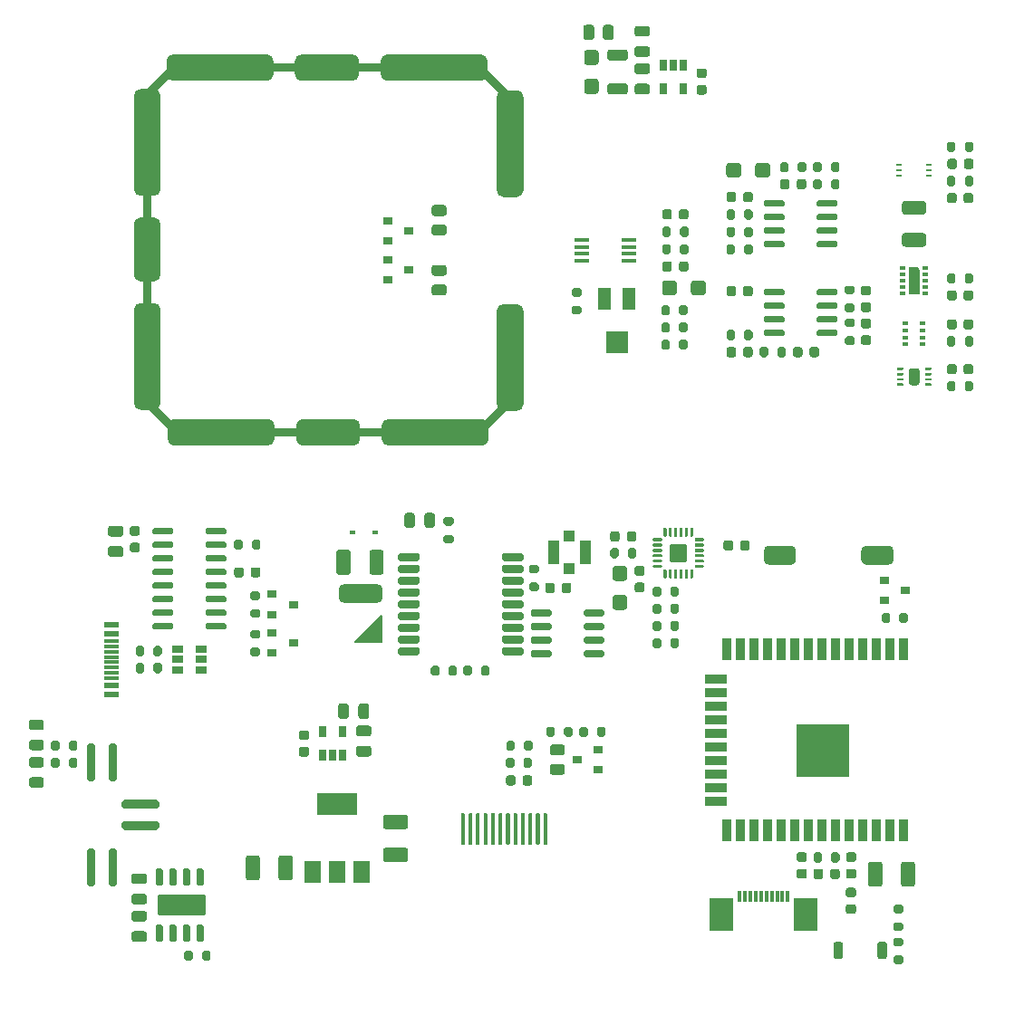
<source format=gbr>
%TF.GenerationSoftware,KiCad,Pcbnew,(5.1.8)-1*%
%TF.CreationDate,2021-08-31T22:24:42+08:00*%
%TF.ProjectId,End_World_Kit_V3.0,456e645f-576f-4726-9c64-5f4b69745f56,rev?*%
%TF.SameCoordinates,Original*%
%TF.FileFunction,Paste,Bot*%
%TF.FilePolarity,Positive*%
%FSLAX46Y46*%
G04 Gerber Fmt 4.6, Leading zero omitted, Abs format (unit mm)*
G04 Created by KiCad (PCBNEW (5.1.8)-1) date 2021-08-31 22:24:42*
%MOMM*%
%LPD*%
G01*
G04 APERTURE LIST*
%ADD10R,1.300000X2.000000*%
%ADD11R,2.000000X2.000000*%
%ADD12R,1.450000X0.450000*%
%ADD13R,0.600000X0.400000*%
%ADD14R,1.100000X2.200000*%
%ADD15R,0.900000X0.300000*%
%ADD16C,0.100000*%
%ADD17R,0.550000X0.250000*%
%ADD18R,0.500000X0.350000*%
%ADD19R,0.650000X1.060000*%
%ADD20R,1.500000X2.000000*%
%ADD21R,3.800000X2.000000*%
%ADD22R,1.060000X0.650000*%
%ADD23R,0.900000X2.000000*%
%ADD24R,2.000000X0.900000*%
%ADD25R,5.000000X5.000000*%
%ADD26R,0.900000X0.800000*%
%ADD27R,1.450000X0.600000*%
%ADD28R,1.450000X0.300000*%
%ADD29R,1.000000X1.000000*%
%ADD30R,1.050000X2.200000*%
%ADD31R,2.300000X3.100000*%
%ADD32R,0.300000X1.100000*%
%ADD33R,0.600000X0.450000*%
%ADD34C,0.254000*%
G04 APERTURE END LIST*
D10*
%TO.C,RV1*%
X109075000Y-83545000D03*
D11*
X110225000Y-87545000D03*
D10*
X111375000Y-83545000D03*
%TD*%
%TO.C,R5*%
G36*
G01*
X115275000Y-76975000D02*
X115275000Y-77525000D01*
G75*
G02*
X115075000Y-77725000I-200000J0D01*
G01*
X114675000Y-77725000D01*
G75*
G02*
X114475000Y-77525000I0J200000D01*
G01*
X114475000Y-76975000D01*
G75*
G02*
X114675000Y-76775000I200000J0D01*
G01*
X115075000Y-76775000D01*
G75*
G02*
X115275000Y-76975000I0J-200000D01*
G01*
G37*
G36*
G01*
X116925000Y-76975000D02*
X116925000Y-77525000D01*
G75*
G02*
X116725000Y-77725000I-200000J0D01*
G01*
X116325000Y-77725000D01*
G75*
G02*
X116125000Y-77525000I0J200000D01*
G01*
X116125000Y-76975000D01*
G75*
G02*
X116325000Y-76775000I200000J0D01*
G01*
X116725000Y-76775000D01*
G75*
G02*
X116925000Y-76975000I0J-200000D01*
G01*
G37*
%TD*%
%TO.C,R2*%
G36*
G01*
X115275000Y-78600000D02*
X115275000Y-79150000D01*
G75*
G02*
X115075000Y-79350000I-200000J0D01*
G01*
X114675000Y-79350000D01*
G75*
G02*
X114475000Y-79150000I0J200000D01*
G01*
X114475000Y-78600000D01*
G75*
G02*
X114675000Y-78400000I200000J0D01*
G01*
X115075000Y-78400000D01*
G75*
G02*
X115275000Y-78600000I0J-200000D01*
G01*
G37*
G36*
G01*
X116925000Y-78600000D02*
X116925000Y-79150000D01*
G75*
G02*
X116725000Y-79350000I-200000J0D01*
G01*
X116325000Y-79350000D01*
G75*
G02*
X116125000Y-79150000I0J200000D01*
G01*
X116125000Y-78600000D01*
G75*
G02*
X116325000Y-78400000I200000J0D01*
G01*
X116725000Y-78400000D01*
G75*
G02*
X116925000Y-78600000I0J-200000D01*
G01*
G37*
%TD*%
%TO.C,C42*%
G36*
G01*
X115375000Y-75375000D02*
X115375000Y-75875000D01*
G75*
G02*
X115150000Y-76100000I-225000J0D01*
G01*
X114700000Y-76100000D01*
G75*
G02*
X114475000Y-75875000I0J225000D01*
G01*
X114475000Y-75375000D01*
G75*
G02*
X114700000Y-75150000I225000J0D01*
G01*
X115150000Y-75150000D01*
G75*
G02*
X115375000Y-75375000I0J-225000D01*
G01*
G37*
G36*
G01*
X116925000Y-75375000D02*
X116925000Y-75875000D01*
G75*
G02*
X116700000Y-76100000I-225000J0D01*
G01*
X116250000Y-76100000D01*
G75*
G02*
X116025000Y-75875000I0J225000D01*
G01*
X116025000Y-75375000D01*
G75*
G02*
X116250000Y-75150000I225000J0D01*
G01*
X116700000Y-75150000D01*
G75*
G02*
X116925000Y-75375000I0J-225000D01*
G01*
G37*
%TD*%
D12*
%TO.C,U16*%
X111375000Y-79970000D03*
X111375000Y-79320000D03*
X111375000Y-78670000D03*
X111375000Y-78020000D03*
X106975000Y-78020000D03*
X106975000Y-78670000D03*
X106975000Y-79320000D03*
X106975000Y-79970000D03*
%TD*%
%TO.C,C19*%
G36*
G01*
X76875000Y-135799999D02*
X76875000Y-137650001D01*
G75*
G02*
X76625001Y-137900000I-249999J0D01*
G01*
X75799999Y-137900000D01*
G75*
G02*
X75550000Y-137650001I0J249999D01*
G01*
X75550000Y-135799999D01*
G75*
G02*
X75799999Y-135550000I249999J0D01*
G01*
X76625001Y-135550000D01*
G75*
G02*
X76875000Y-135799999I0J-249999D01*
G01*
G37*
G36*
G01*
X79950000Y-135799999D02*
X79950000Y-137650001D01*
G75*
G02*
X79700001Y-137900000I-249999J0D01*
G01*
X78874999Y-137900000D01*
G75*
G02*
X78625000Y-137650001I0J249999D01*
G01*
X78625000Y-135799999D01*
G75*
G02*
X78874999Y-135550000I249999J0D01*
G01*
X79700001Y-135550000D01*
G75*
G02*
X79950000Y-135799999I0J-249999D01*
G01*
G37*
%TD*%
D13*
%TO.C,U19*%
X136950000Y-81800000D03*
X139050000Y-82400000D03*
X139050000Y-81800000D03*
X139050000Y-81200000D03*
X139050000Y-80600000D03*
X139050000Y-83000000D03*
X136950000Y-81200000D03*
X136950000Y-80600000D03*
X136950000Y-82400000D03*
X136950000Y-83000000D03*
D14*
X138000000Y-81950000D03*
D15*
X137900000Y-80700000D03*
D16*
G36*
X138350000Y-80550000D02*
G01*
X138550000Y-80850000D01*
X137550000Y-80850000D01*
X137750000Y-80550000D01*
X138350000Y-80550000D01*
G37*
%TD*%
%TO.C,R32*%
G36*
G01*
X94075001Y-75775000D02*
X93174999Y-75775000D01*
G75*
G02*
X92925000Y-75525001I0J249999D01*
G01*
X92925000Y-74999999D01*
G75*
G02*
X93174999Y-74750000I249999J0D01*
G01*
X94075001Y-74750000D01*
G75*
G02*
X94325000Y-74999999I0J-249999D01*
G01*
X94325000Y-75525001D01*
G75*
G02*
X94075001Y-75775000I-249999J0D01*
G01*
G37*
G36*
G01*
X94075001Y-77600000D02*
X93174999Y-77600000D01*
G75*
G02*
X92925000Y-77350001I0J249999D01*
G01*
X92925000Y-76824999D01*
G75*
G02*
X93174999Y-76575000I249999J0D01*
G01*
X94075001Y-76575000D01*
G75*
G02*
X94325000Y-76824999I0J-249999D01*
G01*
X94325000Y-77350001D01*
G75*
G02*
X94075001Y-77600000I-249999J0D01*
G01*
G37*
%TD*%
%TO.C,R26*%
G36*
G01*
X93174999Y-82175000D02*
X94075001Y-82175000D01*
G75*
G02*
X94325000Y-82424999I0J-249999D01*
G01*
X94325000Y-82950001D01*
G75*
G02*
X94075001Y-83200000I-249999J0D01*
G01*
X93174999Y-83200000D01*
G75*
G02*
X92925000Y-82950001I0J249999D01*
G01*
X92925000Y-82424999D01*
G75*
G02*
X93174999Y-82175000I249999J0D01*
G01*
G37*
G36*
G01*
X93174999Y-80350000D02*
X94075001Y-80350000D01*
G75*
G02*
X94325000Y-80599999I0J-249999D01*
G01*
X94325000Y-81125001D01*
G75*
G02*
X94075001Y-81375000I-249999J0D01*
G01*
X93174999Y-81375000D01*
G75*
G02*
X92925000Y-81125001I0J249999D01*
G01*
X92925000Y-80599999D01*
G75*
G02*
X93174999Y-80350000I249999J0D01*
G01*
G37*
%TD*%
%TO.C,R21*%
G36*
G01*
X104224999Y-127012500D02*
X105125001Y-127012500D01*
G75*
G02*
X105375000Y-127262499I0J-249999D01*
G01*
X105375000Y-127787501D01*
G75*
G02*
X105125001Y-128037500I-249999J0D01*
G01*
X104224999Y-128037500D01*
G75*
G02*
X103975000Y-127787501I0J249999D01*
G01*
X103975000Y-127262499D01*
G75*
G02*
X104224999Y-127012500I249999J0D01*
G01*
G37*
G36*
G01*
X104224999Y-125187500D02*
X105125001Y-125187500D01*
G75*
G02*
X105375000Y-125437499I0J-249999D01*
G01*
X105375000Y-125962501D01*
G75*
G02*
X105125001Y-126212500I-249999J0D01*
G01*
X104224999Y-126212500D01*
G75*
G02*
X103975000Y-125962501I0J249999D01*
G01*
X103975000Y-125437499D01*
G75*
G02*
X104224999Y-125187500I249999J0D01*
G01*
G37*
%TD*%
%TO.C,U20*%
G36*
G01*
X63525000Y-135125000D02*
X63525000Y-138225000D01*
G75*
G02*
X63325000Y-138425000I-200000J0D01*
G01*
X62925000Y-138425000D01*
G75*
G02*
X62725000Y-138225000I0J200000D01*
G01*
X62725000Y-135125000D01*
G75*
G02*
X62925000Y-134925000I200000J0D01*
G01*
X63325000Y-134925000D01*
G75*
G02*
X63525000Y-135125000I0J-200000D01*
G01*
G37*
G36*
G01*
X61525000Y-135125000D02*
X61525000Y-138225000D01*
G75*
G02*
X61325000Y-138425000I-200000J0D01*
G01*
X60925000Y-138425000D01*
G75*
G02*
X60725000Y-138225000I0J200000D01*
G01*
X60725000Y-135125000D01*
G75*
G02*
X60925000Y-134925000I200000J0D01*
G01*
X61325000Y-134925000D01*
G75*
G02*
X61525000Y-135125000I0J-200000D01*
G01*
G37*
G36*
G01*
X61525000Y-125325000D02*
X61525000Y-128425000D01*
G75*
G02*
X61325000Y-128625000I-200000J0D01*
G01*
X60925000Y-128625000D01*
G75*
G02*
X60725000Y-128425000I0J200000D01*
G01*
X60725000Y-125325000D01*
G75*
G02*
X60925000Y-125125000I200000J0D01*
G01*
X61325000Y-125125000D01*
G75*
G02*
X61525000Y-125325000I0J-200000D01*
G01*
G37*
G36*
G01*
X63525000Y-125325000D02*
X63525000Y-128425000D01*
G75*
G02*
X63325000Y-128625000I-200000J0D01*
G01*
X62925000Y-128625000D01*
G75*
G02*
X62725000Y-128425000I0J200000D01*
G01*
X62725000Y-125325000D01*
G75*
G02*
X62925000Y-125125000I200000J0D01*
G01*
X63325000Y-125125000D01*
G75*
G02*
X63525000Y-125325000I0J-200000D01*
G01*
G37*
G36*
G01*
X64175000Y-132375000D02*
X67275000Y-132375000D01*
G75*
G02*
X67475000Y-132575000I0J-200000D01*
G01*
X67475000Y-132975000D01*
G75*
G02*
X67275000Y-133175000I-200000J0D01*
G01*
X64175000Y-133175000D01*
G75*
G02*
X63975000Y-132975000I0J200000D01*
G01*
X63975000Y-132575000D01*
G75*
G02*
X64175000Y-132375000I200000J0D01*
G01*
G37*
G36*
G01*
X64175000Y-130375000D02*
X67275000Y-130375000D01*
G75*
G02*
X67475000Y-130575000I0J-200000D01*
G01*
X67475000Y-130975000D01*
G75*
G02*
X67275000Y-131175000I-200000J0D01*
G01*
X64175000Y-131175000D01*
G75*
G02*
X63975000Y-130975000I0J200000D01*
G01*
X63975000Y-130575000D01*
G75*
G02*
X64175000Y-130375000I200000J0D01*
G01*
G37*
%TD*%
%TO.C,R50*%
G36*
G01*
X108112500Y-58149999D02*
X108112500Y-59050001D01*
G75*
G02*
X107862501Y-59300000I-249999J0D01*
G01*
X107337499Y-59300000D01*
G75*
G02*
X107087500Y-59050001I0J249999D01*
G01*
X107087500Y-58149999D01*
G75*
G02*
X107337499Y-57900000I249999J0D01*
G01*
X107862501Y-57900000D01*
G75*
G02*
X108112500Y-58149999I0J-249999D01*
G01*
G37*
G36*
G01*
X109937500Y-58149999D02*
X109937500Y-59050001D01*
G75*
G02*
X109687501Y-59300000I-249999J0D01*
G01*
X109162499Y-59300000D01*
G75*
G02*
X108912500Y-59050001I0J249999D01*
G01*
X108912500Y-58149999D01*
G75*
G02*
X109162499Y-57900000I249999J0D01*
G01*
X109687501Y-57900000D01*
G75*
G02*
X109937500Y-58149999I0J-249999D01*
G01*
G37*
%TD*%
%TO.C,C30*%
G36*
G01*
X112125000Y-63400000D02*
X113075000Y-63400000D01*
G75*
G02*
X113325000Y-63650000I0J-250000D01*
G01*
X113325000Y-64150000D01*
G75*
G02*
X113075000Y-64400000I-250000J0D01*
G01*
X112125000Y-64400000D01*
G75*
G02*
X111875000Y-64150000I0J250000D01*
G01*
X111875000Y-63650000D01*
G75*
G02*
X112125000Y-63400000I250000J0D01*
G01*
G37*
G36*
G01*
X112125000Y-61500000D02*
X113075000Y-61500000D01*
G75*
G02*
X113325000Y-61750000I0J-250000D01*
G01*
X113325000Y-62250000D01*
G75*
G02*
X113075000Y-62500000I-250000J0D01*
G01*
X112125000Y-62500000D01*
G75*
G02*
X111875000Y-62250000I0J250000D01*
G01*
X111875000Y-61750000D01*
G75*
G02*
X112125000Y-61500000I250000J0D01*
G01*
G37*
%TD*%
%TO.C,C28*%
G36*
G01*
X112125000Y-59900000D02*
X113075000Y-59900000D01*
G75*
G02*
X113325000Y-60150000I0J-250000D01*
G01*
X113325000Y-60650000D01*
G75*
G02*
X113075000Y-60900000I-250000J0D01*
G01*
X112125000Y-60900000D01*
G75*
G02*
X111875000Y-60650000I0J250000D01*
G01*
X111875000Y-60150000D01*
G75*
G02*
X112125000Y-59900000I250000J0D01*
G01*
G37*
G36*
G01*
X112125000Y-58000000D02*
X113075000Y-58000000D01*
G75*
G02*
X113325000Y-58250000I0J-250000D01*
G01*
X113325000Y-58750000D01*
G75*
G02*
X113075000Y-59000000I-250000J0D01*
G01*
X112125000Y-59000000D01*
G75*
G02*
X111875000Y-58750000I0J250000D01*
G01*
X111875000Y-58250000D01*
G75*
G02*
X112125000Y-58000000I250000J0D01*
G01*
G37*
%TD*%
%TO.C,C14*%
G36*
G01*
X86075000Y-122550000D02*
X86075000Y-121600000D01*
G75*
G02*
X86325000Y-121350000I250000J0D01*
G01*
X86825000Y-121350000D01*
G75*
G02*
X87075000Y-121600000I0J-250000D01*
G01*
X87075000Y-122550000D01*
G75*
G02*
X86825000Y-122800000I-250000J0D01*
G01*
X86325000Y-122800000D01*
G75*
G02*
X86075000Y-122550000I0J250000D01*
G01*
G37*
G36*
G01*
X84175000Y-122550000D02*
X84175000Y-121600000D01*
G75*
G02*
X84425000Y-121350000I250000J0D01*
G01*
X84925000Y-121350000D01*
G75*
G02*
X85175000Y-121600000I0J-250000D01*
G01*
X85175000Y-122550000D01*
G75*
G02*
X84925000Y-122800000I-250000J0D01*
G01*
X84425000Y-122800000D01*
G75*
G02*
X84175000Y-122550000I0J250000D01*
G01*
G37*
%TD*%
%TO.C,C9*%
G36*
G01*
X87050000Y-124425000D02*
X86100000Y-124425000D01*
G75*
G02*
X85850000Y-124175000I0J250000D01*
G01*
X85850000Y-123675000D01*
G75*
G02*
X86100000Y-123425000I250000J0D01*
G01*
X87050000Y-123425000D01*
G75*
G02*
X87300000Y-123675000I0J-250000D01*
G01*
X87300000Y-124175000D01*
G75*
G02*
X87050000Y-124425000I-250000J0D01*
G01*
G37*
G36*
G01*
X87050000Y-126325000D02*
X86100000Y-126325000D01*
G75*
G02*
X85850000Y-126075000I0J250000D01*
G01*
X85850000Y-125575000D01*
G75*
G02*
X86100000Y-125325000I250000J0D01*
G01*
X87050000Y-125325000D01*
G75*
G02*
X87300000Y-125575000I0J-250000D01*
G01*
X87300000Y-126075000D01*
G75*
G02*
X87050000Y-126325000I-250000J0D01*
G01*
G37*
%TD*%
D17*
%TO.C,U18*%
X139375000Y-71000000D03*
X139375000Y-71500000D03*
X139375000Y-72000000D03*
X136625000Y-72000000D03*
X136625000Y-71500000D03*
X136625000Y-71000000D03*
%TD*%
%TO.C,U17*%
G36*
G01*
X137500000Y-91350000D02*
X137500000Y-90250000D01*
G75*
G02*
X137750000Y-90000000I250000J0D01*
G01*
X138250000Y-90000000D01*
G75*
G02*
X138500000Y-90250000I0J-250000D01*
G01*
X138500000Y-91350000D01*
G75*
G02*
X138250000Y-91600000I-250000J0D01*
G01*
X137750000Y-91600000D01*
G75*
G02*
X137500000Y-91350000I0J250000D01*
G01*
G37*
G36*
G01*
X139000000Y-91612500D02*
X139000000Y-91487500D01*
G75*
G02*
X139062500Y-91425000I62500J0D01*
G01*
X139537500Y-91425000D01*
G75*
G02*
X139600000Y-91487500I0J-62500D01*
G01*
X139600000Y-91612500D01*
G75*
G02*
X139537500Y-91675000I-62500J0D01*
G01*
X139062500Y-91675000D01*
G75*
G02*
X139000000Y-91612500I0J62500D01*
G01*
G37*
G36*
G01*
X139000000Y-91112500D02*
X139000000Y-90987500D01*
G75*
G02*
X139062500Y-90925000I62500J0D01*
G01*
X139537500Y-90925000D01*
G75*
G02*
X139600000Y-90987500I0J-62500D01*
G01*
X139600000Y-91112500D01*
G75*
G02*
X139537500Y-91175000I-62500J0D01*
G01*
X139062500Y-91175000D01*
G75*
G02*
X139000000Y-91112500I0J62500D01*
G01*
G37*
G36*
G01*
X139000000Y-90612500D02*
X139000000Y-90487500D01*
G75*
G02*
X139062500Y-90425000I62500J0D01*
G01*
X139537500Y-90425000D01*
G75*
G02*
X139600000Y-90487500I0J-62500D01*
G01*
X139600000Y-90612500D01*
G75*
G02*
X139537500Y-90675000I-62500J0D01*
G01*
X139062500Y-90675000D01*
G75*
G02*
X139000000Y-90612500I0J62500D01*
G01*
G37*
G36*
G01*
X139000000Y-90112500D02*
X139000000Y-89987500D01*
G75*
G02*
X139062500Y-89925000I62500J0D01*
G01*
X139537500Y-89925000D01*
G75*
G02*
X139600000Y-89987500I0J-62500D01*
G01*
X139600000Y-90112500D01*
G75*
G02*
X139537500Y-90175000I-62500J0D01*
G01*
X139062500Y-90175000D01*
G75*
G02*
X139000000Y-90112500I0J62500D01*
G01*
G37*
G36*
G01*
X136400000Y-90112500D02*
X136400000Y-89987500D01*
G75*
G02*
X136462500Y-89925000I62500J0D01*
G01*
X136937500Y-89925000D01*
G75*
G02*
X137000000Y-89987500I0J-62500D01*
G01*
X137000000Y-90112500D01*
G75*
G02*
X136937500Y-90175000I-62500J0D01*
G01*
X136462500Y-90175000D01*
G75*
G02*
X136400000Y-90112500I0J62500D01*
G01*
G37*
G36*
G01*
X136400000Y-90612500D02*
X136400000Y-90487500D01*
G75*
G02*
X136462500Y-90425000I62500J0D01*
G01*
X136937500Y-90425000D01*
G75*
G02*
X137000000Y-90487500I0J-62500D01*
G01*
X137000000Y-90612500D01*
G75*
G02*
X136937500Y-90675000I-62500J0D01*
G01*
X136462500Y-90675000D01*
G75*
G02*
X136400000Y-90612500I0J62500D01*
G01*
G37*
G36*
G01*
X136400000Y-91112500D02*
X136400000Y-90987500D01*
G75*
G02*
X136462500Y-90925000I62500J0D01*
G01*
X136937500Y-90925000D01*
G75*
G02*
X137000000Y-90987500I0J-62500D01*
G01*
X137000000Y-91112500D01*
G75*
G02*
X136937500Y-91175000I-62500J0D01*
G01*
X136462500Y-91175000D01*
G75*
G02*
X136400000Y-91112500I0J62500D01*
G01*
G37*
G36*
G01*
X136400000Y-91612500D02*
X136400000Y-91487500D01*
G75*
G02*
X136462500Y-91425000I62500J0D01*
G01*
X136937500Y-91425000D01*
G75*
G02*
X137000000Y-91487500I0J-62500D01*
G01*
X137000000Y-91612500D01*
G75*
G02*
X136937500Y-91675000I-62500J0D01*
G01*
X136462500Y-91675000D01*
G75*
G02*
X136400000Y-91612500I0J62500D01*
G01*
G37*
%TD*%
D18*
%TO.C,U15*%
X138800000Y-85825000D03*
X137200000Y-86475000D03*
X137200000Y-87125000D03*
X137200000Y-87775000D03*
X138800000Y-86475000D03*
X138800000Y-87125000D03*
X138800000Y-87775000D03*
X137200000Y-85825000D03*
%TD*%
D19*
%TO.C,U14*%
X114550000Y-63900000D03*
X116450000Y-63900000D03*
X116450000Y-61700000D03*
X115500000Y-61700000D03*
X114550000Y-61700000D03*
%TD*%
%TO.C,U13*%
G36*
G01*
X125900000Y-74445000D02*
X125900000Y-74745000D01*
G75*
G02*
X125750000Y-74895000I-150000J0D01*
G01*
X124100000Y-74895000D01*
G75*
G02*
X123950000Y-74745000I0J150000D01*
G01*
X123950000Y-74445000D01*
G75*
G02*
X124100000Y-74295000I150000J0D01*
G01*
X125750000Y-74295000D01*
G75*
G02*
X125900000Y-74445000I0J-150000D01*
G01*
G37*
G36*
G01*
X125900000Y-75715000D02*
X125900000Y-76015000D01*
G75*
G02*
X125750000Y-76165000I-150000J0D01*
G01*
X124100000Y-76165000D01*
G75*
G02*
X123950000Y-76015000I0J150000D01*
G01*
X123950000Y-75715000D01*
G75*
G02*
X124100000Y-75565000I150000J0D01*
G01*
X125750000Y-75565000D01*
G75*
G02*
X125900000Y-75715000I0J-150000D01*
G01*
G37*
G36*
G01*
X125900000Y-76985000D02*
X125900000Y-77285000D01*
G75*
G02*
X125750000Y-77435000I-150000J0D01*
G01*
X124100000Y-77435000D01*
G75*
G02*
X123950000Y-77285000I0J150000D01*
G01*
X123950000Y-76985000D01*
G75*
G02*
X124100000Y-76835000I150000J0D01*
G01*
X125750000Y-76835000D01*
G75*
G02*
X125900000Y-76985000I0J-150000D01*
G01*
G37*
G36*
G01*
X125900000Y-78255000D02*
X125900000Y-78555000D01*
G75*
G02*
X125750000Y-78705000I-150000J0D01*
G01*
X124100000Y-78705000D01*
G75*
G02*
X123950000Y-78555000I0J150000D01*
G01*
X123950000Y-78255000D01*
G75*
G02*
X124100000Y-78105000I150000J0D01*
G01*
X125750000Y-78105000D01*
G75*
G02*
X125900000Y-78255000I0J-150000D01*
G01*
G37*
G36*
G01*
X130850000Y-78255000D02*
X130850000Y-78555000D01*
G75*
G02*
X130700000Y-78705000I-150000J0D01*
G01*
X129050000Y-78705000D01*
G75*
G02*
X128900000Y-78555000I0J150000D01*
G01*
X128900000Y-78255000D01*
G75*
G02*
X129050000Y-78105000I150000J0D01*
G01*
X130700000Y-78105000D01*
G75*
G02*
X130850000Y-78255000I0J-150000D01*
G01*
G37*
G36*
G01*
X130850000Y-76985000D02*
X130850000Y-77285000D01*
G75*
G02*
X130700000Y-77435000I-150000J0D01*
G01*
X129050000Y-77435000D01*
G75*
G02*
X128900000Y-77285000I0J150000D01*
G01*
X128900000Y-76985000D01*
G75*
G02*
X129050000Y-76835000I150000J0D01*
G01*
X130700000Y-76835000D01*
G75*
G02*
X130850000Y-76985000I0J-150000D01*
G01*
G37*
G36*
G01*
X130850000Y-75715000D02*
X130850000Y-76015000D01*
G75*
G02*
X130700000Y-76165000I-150000J0D01*
G01*
X129050000Y-76165000D01*
G75*
G02*
X128900000Y-76015000I0J150000D01*
G01*
X128900000Y-75715000D01*
G75*
G02*
X129050000Y-75565000I150000J0D01*
G01*
X130700000Y-75565000D01*
G75*
G02*
X130850000Y-75715000I0J-150000D01*
G01*
G37*
G36*
G01*
X130850000Y-74445000D02*
X130850000Y-74745000D01*
G75*
G02*
X130700000Y-74895000I-150000J0D01*
G01*
X129050000Y-74895000D01*
G75*
G02*
X128900000Y-74745000I0J150000D01*
G01*
X128900000Y-74445000D01*
G75*
G02*
X129050000Y-74295000I150000J0D01*
G01*
X130700000Y-74295000D01*
G75*
G02*
X130850000Y-74445000I0J-150000D01*
G01*
G37*
%TD*%
%TO.C,U12*%
G36*
G01*
X125900000Y-82745000D02*
X125900000Y-83045000D01*
G75*
G02*
X125750000Y-83195000I-150000J0D01*
G01*
X124100000Y-83195000D01*
G75*
G02*
X123950000Y-83045000I0J150000D01*
G01*
X123950000Y-82745000D01*
G75*
G02*
X124100000Y-82595000I150000J0D01*
G01*
X125750000Y-82595000D01*
G75*
G02*
X125900000Y-82745000I0J-150000D01*
G01*
G37*
G36*
G01*
X125900000Y-84015000D02*
X125900000Y-84315000D01*
G75*
G02*
X125750000Y-84465000I-150000J0D01*
G01*
X124100000Y-84465000D01*
G75*
G02*
X123950000Y-84315000I0J150000D01*
G01*
X123950000Y-84015000D01*
G75*
G02*
X124100000Y-83865000I150000J0D01*
G01*
X125750000Y-83865000D01*
G75*
G02*
X125900000Y-84015000I0J-150000D01*
G01*
G37*
G36*
G01*
X125900000Y-85285000D02*
X125900000Y-85585000D01*
G75*
G02*
X125750000Y-85735000I-150000J0D01*
G01*
X124100000Y-85735000D01*
G75*
G02*
X123950000Y-85585000I0J150000D01*
G01*
X123950000Y-85285000D01*
G75*
G02*
X124100000Y-85135000I150000J0D01*
G01*
X125750000Y-85135000D01*
G75*
G02*
X125900000Y-85285000I0J-150000D01*
G01*
G37*
G36*
G01*
X125900000Y-86555000D02*
X125900000Y-86855000D01*
G75*
G02*
X125750000Y-87005000I-150000J0D01*
G01*
X124100000Y-87005000D01*
G75*
G02*
X123950000Y-86855000I0J150000D01*
G01*
X123950000Y-86555000D01*
G75*
G02*
X124100000Y-86405000I150000J0D01*
G01*
X125750000Y-86405000D01*
G75*
G02*
X125900000Y-86555000I0J-150000D01*
G01*
G37*
G36*
G01*
X130850000Y-86555000D02*
X130850000Y-86855000D01*
G75*
G02*
X130700000Y-87005000I-150000J0D01*
G01*
X129050000Y-87005000D01*
G75*
G02*
X128900000Y-86855000I0J150000D01*
G01*
X128900000Y-86555000D01*
G75*
G02*
X129050000Y-86405000I150000J0D01*
G01*
X130700000Y-86405000D01*
G75*
G02*
X130850000Y-86555000I0J-150000D01*
G01*
G37*
G36*
G01*
X130850000Y-85285000D02*
X130850000Y-85585000D01*
G75*
G02*
X130700000Y-85735000I-150000J0D01*
G01*
X129050000Y-85735000D01*
G75*
G02*
X128900000Y-85585000I0J150000D01*
G01*
X128900000Y-85285000D01*
G75*
G02*
X129050000Y-85135000I150000J0D01*
G01*
X130700000Y-85135000D01*
G75*
G02*
X130850000Y-85285000I0J-150000D01*
G01*
G37*
G36*
G01*
X130850000Y-84015000D02*
X130850000Y-84315000D01*
G75*
G02*
X130700000Y-84465000I-150000J0D01*
G01*
X129050000Y-84465000D01*
G75*
G02*
X128900000Y-84315000I0J150000D01*
G01*
X128900000Y-84015000D01*
G75*
G02*
X129050000Y-83865000I150000J0D01*
G01*
X130700000Y-83865000D01*
G75*
G02*
X130850000Y-84015000I0J-150000D01*
G01*
G37*
G36*
G01*
X130850000Y-82745000D02*
X130850000Y-83045000D01*
G75*
G02*
X130700000Y-83195000I-150000J0D01*
G01*
X129050000Y-83195000D01*
G75*
G02*
X128900000Y-83045000I0J150000D01*
G01*
X128900000Y-82745000D01*
G75*
G02*
X129050000Y-82595000I150000J0D01*
G01*
X130700000Y-82595000D01*
G75*
G02*
X130850000Y-82745000I0J-150000D01*
G01*
G37*
%TD*%
%TO.C,U11*%
G36*
G01*
X96870101Y-96762741D02*
X96587259Y-96479899D01*
G75*
G02*
X96587259Y-96197057I141421J141421D01*
G01*
X100547057Y-92237259D01*
G75*
G02*
X100829899Y-92237259I141421J-141421D01*
G01*
X101112741Y-92520101D01*
G75*
G02*
X101112741Y-92802943I-141421J-141421D01*
G01*
X97152943Y-96762741D01*
G75*
G02*
X96870101Y-96762741I-141421J141421D01*
G01*
G37*
G36*
G01*
X65487259Y-92620101D02*
X65770101Y-92337259D01*
G75*
G02*
X66052943Y-92337259I141421J-141421D01*
G01*
X70012741Y-96297057D01*
G75*
G02*
X70012741Y-96579899I-141421J-141421D01*
G01*
X69729899Y-96862741D01*
G75*
G02*
X69447057Y-96862741I-141421J141421D01*
G01*
X65487259Y-92902943D01*
G75*
G02*
X65487259Y-92620101I141421J141421D01*
G01*
G37*
G36*
G01*
X96587259Y-61420101D02*
X96870101Y-61137259D01*
G75*
G02*
X97152943Y-61137259I141421J-141421D01*
G01*
X101112741Y-65097057D01*
G75*
G02*
X101112741Y-65379899I-141421J-141421D01*
G01*
X100829899Y-65662741D01*
G75*
G02*
X100547057Y-65662741I-141421J141421D01*
G01*
X96587259Y-61702943D01*
G75*
G02*
X96587259Y-61420101I141421J141421D01*
G01*
G37*
G36*
G01*
X65670101Y-65362741D02*
X65387259Y-65079899D01*
G75*
G02*
X65387259Y-64797057I141421J141421D01*
G01*
X69347057Y-60837259D01*
G75*
G02*
X69629899Y-60837259I141421J-141421D01*
G01*
X69912741Y-61120101D01*
G75*
G02*
X69912741Y-61402943I-141421J-141421D01*
G01*
X65952943Y-65362741D01*
G75*
G02*
X65670101Y-65362741I-141421J141421D01*
G01*
G37*
G36*
G01*
X88150000Y-62525000D02*
X88150000Y-61275000D01*
G75*
G02*
X88775000Y-60650000I625000J0D01*
G01*
X97525000Y-60650000D01*
G75*
G02*
X98150000Y-61275000I0J-625000D01*
G01*
X98150000Y-62525000D01*
G75*
G02*
X97525000Y-63150000I-625000J0D01*
G01*
X88775000Y-63150000D01*
G75*
G02*
X88150000Y-62525000I0J625000D01*
G01*
G37*
G36*
G01*
X68150000Y-62525000D02*
X68150000Y-61275000D01*
G75*
G02*
X68775000Y-60650000I625000J0D01*
G01*
X77525000Y-60650000D01*
G75*
G02*
X78150000Y-61275000I0J-625000D01*
G01*
X78150000Y-62525000D01*
G75*
G02*
X77525000Y-63150000I-625000J0D01*
G01*
X68775000Y-63150000D01*
G75*
G02*
X68150000Y-62525000I0J625000D01*
G01*
G37*
G36*
G01*
X80150000Y-62525000D02*
X80150000Y-61275000D01*
G75*
G02*
X80775000Y-60650000I625000J0D01*
G01*
X85525000Y-60650000D01*
G75*
G02*
X86150000Y-61275000I0J-625000D01*
G01*
X86150000Y-62525000D01*
G75*
G02*
X85525000Y-63150000I-625000J0D01*
G01*
X80775000Y-63150000D01*
G75*
G02*
X80150000Y-62525000I0J625000D01*
G01*
G37*
G36*
G01*
X76250000Y-62100000D02*
X76250000Y-61700000D01*
G75*
G02*
X76450000Y-61500000I200000J0D01*
G01*
X82050000Y-61500000D01*
G75*
G02*
X82250000Y-61700000I0J-200000D01*
G01*
X82250000Y-62100000D01*
G75*
G02*
X82050000Y-62300000I-200000J0D01*
G01*
X76450000Y-62300000D01*
G75*
G02*
X76250000Y-62100000I0J200000D01*
G01*
G37*
G36*
G01*
X84050000Y-62100000D02*
X84050000Y-61700000D01*
G75*
G02*
X84250000Y-61500000I200000J0D01*
G01*
X89850000Y-61500000D01*
G75*
G02*
X90050000Y-61700000I0J-200000D01*
G01*
X90050000Y-62100000D01*
G75*
G02*
X89850000Y-62300000I-200000J0D01*
G01*
X84250000Y-62300000D01*
G75*
G02*
X84050000Y-62100000I0J200000D01*
G01*
G37*
G36*
G01*
X65725000Y-83900000D02*
X66975000Y-83900000D01*
G75*
G02*
X67600000Y-84525000I0J-625000D01*
G01*
X67600000Y-93275000D01*
G75*
G02*
X66975000Y-93900000I-625000J0D01*
G01*
X65725000Y-93900000D01*
G75*
G02*
X65100000Y-93275000I0J625000D01*
G01*
X65100000Y-84525000D01*
G75*
G02*
X65725000Y-83900000I625000J0D01*
G01*
G37*
G36*
G01*
X65725000Y-63900000D02*
X66975000Y-63900000D01*
G75*
G02*
X67600000Y-64525000I0J-625000D01*
G01*
X67600000Y-73275000D01*
G75*
G02*
X66975000Y-73900000I-625000J0D01*
G01*
X65725000Y-73900000D01*
G75*
G02*
X65100000Y-73275000I0J625000D01*
G01*
X65100000Y-64525000D01*
G75*
G02*
X65725000Y-63900000I625000J0D01*
G01*
G37*
G36*
G01*
X65725000Y-75900000D02*
X66975000Y-75900000D01*
G75*
G02*
X67600000Y-76525000I0J-625000D01*
G01*
X67600000Y-81275000D01*
G75*
G02*
X66975000Y-81900000I-625000J0D01*
G01*
X65725000Y-81900000D01*
G75*
G02*
X65100000Y-81275000I0J625000D01*
G01*
X65100000Y-76525000D01*
G75*
G02*
X65725000Y-75900000I625000J0D01*
G01*
G37*
G36*
G01*
X66150000Y-72000000D02*
X66550000Y-72000000D01*
G75*
G02*
X66750000Y-72200000I0J-200000D01*
G01*
X66750000Y-77800000D01*
G75*
G02*
X66550000Y-78000000I-200000J0D01*
G01*
X66150000Y-78000000D01*
G75*
G02*
X65950000Y-77800000I0J200000D01*
G01*
X65950000Y-72200000D01*
G75*
G02*
X66150000Y-72000000I200000J0D01*
G01*
G37*
G36*
G01*
X66150000Y-79800000D02*
X66550000Y-79800000D01*
G75*
G02*
X66750000Y-80000000I0J-200000D01*
G01*
X66750000Y-85600000D01*
G75*
G02*
X66550000Y-85800000I-200000J0D01*
G01*
X66150000Y-85800000D01*
G75*
G02*
X65950000Y-85600000I0J200000D01*
G01*
X65950000Y-80000000D01*
G75*
G02*
X66150000Y-79800000I200000J0D01*
G01*
G37*
G36*
G01*
X84150000Y-96200000D02*
X84150000Y-95800000D01*
G75*
G02*
X84350000Y-95600000I200000J0D01*
G01*
X89950000Y-95600000D01*
G75*
G02*
X90150000Y-95800000I0J-200000D01*
G01*
X90150000Y-96200000D01*
G75*
G02*
X89950000Y-96400000I-200000J0D01*
G01*
X84350000Y-96400000D01*
G75*
G02*
X84150000Y-96200000I0J200000D01*
G01*
G37*
G36*
G01*
X76350000Y-96200000D02*
X76350000Y-95800000D01*
G75*
G02*
X76550000Y-95600000I200000J0D01*
G01*
X82150000Y-95600000D01*
G75*
G02*
X82350000Y-95800000I0J-200000D01*
G01*
X82350000Y-96200000D01*
G75*
G02*
X82150000Y-96400000I-200000J0D01*
G01*
X76550000Y-96400000D01*
G75*
G02*
X76350000Y-96200000I0J200000D01*
G01*
G37*
G36*
G01*
X99625000Y-84000000D02*
X100875000Y-84000000D01*
G75*
G02*
X101500000Y-84625000I0J-625000D01*
G01*
X101500000Y-93375000D01*
G75*
G02*
X100875000Y-94000000I-625000J0D01*
G01*
X99625000Y-94000000D01*
G75*
G02*
X99000000Y-93375000I0J625000D01*
G01*
X99000000Y-84625000D01*
G75*
G02*
X99625000Y-84000000I625000J0D01*
G01*
G37*
G36*
G01*
X99625000Y-64000000D02*
X100875000Y-64000000D01*
G75*
G02*
X101500000Y-64625000I0J-625000D01*
G01*
X101500000Y-73375000D01*
G75*
G02*
X100875000Y-74000000I-625000J0D01*
G01*
X99625000Y-74000000D01*
G75*
G02*
X99000000Y-73375000I0J625000D01*
G01*
X99000000Y-64625000D01*
G75*
G02*
X99625000Y-64000000I625000J0D01*
G01*
G37*
G36*
G01*
X80250000Y-96625000D02*
X80250000Y-95375000D01*
G75*
G02*
X80875000Y-94750000I625000J0D01*
G01*
X85625000Y-94750000D01*
G75*
G02*
X86250000Y-95375000I0J-625000D01*
G01*
X86250000Y-96625000D01*
G75*
G02*
X85625000Y-97250000I-625000J0D01*
G01*
X80875000Y-97250000D01*
G75*
G02*
X80250000Y-96625000I0J625000D01*
G01*
G37*
G36*
G01*
X88250000Y-96625000D02*
X88250000Y-95375000D01*
G75*
G02*
X88875000Y-94750000I625000J0D01*
G01*
X97625000Y-94750000D01*
G75*
G02*
X98250000Y-95375000I0J-625000D01*
G01*
X98250000Y-96625000D01*
G75*
G02*
X97625000Y-97250000I-625000J0D01*
G01*
X88875000Y-97250000D01*
G75*
G02*
X88250000Y-96625000I0J625000D01*
G01*
G37*
G36*
G01*
X68250000Y-96625000D02*
X68250000Y-95375000D01*
G75*
G02*
X68875000Y-94750000I625000J0D01*
G01*
X77625000Y-94750000D01*
G75*
G02*
X78250000Y-95375000I0J-625000D01*
G01*
X78250000Y-96625000D01*
G75*
G02*
X77625000Y-97250000I-625000J0D01*
G01*
X68875000Y-97250000D01*
G75*
G02*
X68250000Y-96625000I0J625000D01*
G01*
G37*
%TD*%
%TO.C,U10*%
G36*
G01*
X117495000Y-108605000D02*
X117495000Y-108455000D01*
G75*
G02*
X117570000Y-108380000I75000J0D01*
G01*
X118270000Y-108380000D01*
G75*
G02*
X118345000Y-108455000I0J-75000D01*
G01*
X118345000Y-108605000D01*
G75*
G02*
X118270000Y-108680000I-75000J0D01*
G01*
X117570000Y-108680000D01*
G75*
G02*
X117495000Y-108605000I0J75000D01*
G01*
G37*
G36*
G01*
X117495000Y-108105000D02*
X117495000Y-107955000D01*
G75*
G02*
X117570000Y-107880000I75000J0D01*
G01*
X118270000Y-107880000D01*
G75*
G02*
X118345000Y-107955000I0J-75000D01*
G01*
X118345000Y-108105000D01*
G75*
G02*
X118270000Y-108180000I-75000J0D01*
G01*
X117570000Y-108180000D01*
G75*
G02*
X117495000Y-108105000I0J75000D01*
G01*
G37*
G36*
G01*
X117495000Y-107605000D02*
X117495000Y-107455000D01*
G75*
G02*
X117570000Y-107380000I75000J0D01*
G01*
X118270000Y-107380000D01*
G75*
G02*
X118345000Y-107455000I0J-75000D01*
G01*
X118345000Y-107605000D01*
G75*
G02*
X118270000Y-107680000I-75000J0D01*
G01*
X117570000Y-107680000D01*
G75*
G02*
X117495000Y-107605000I0J75000D01*
G01*
G37*
G36*
G01*
X117495000Y-107105000D02*
X117495000Y-106955000D01*
G75*
G02*
X117570000Y-106880000I75000J0D01*
G01*
X118270000Y-106880000D01*
G75*
G02*
X118345000Y-106955000I0J-75000D01*
G01*
X118345000Y-107105000D01*
G75*
G02*
X118270000Y-107180000I-75000J0D01*
G01*
X117570000Y-107180000D01*
G75*
G02*
X117495000Y-107105000I0J75000D01*
G01*
G37*
G36*
G01*
X117495000Y-106605000D02*
X117495000Y-106455000D01*
G75*
G02*
X117570000Y-106380000I75000J0D01*
G01*
X118270000Y-106380000D01*
G75*
G02*
X118345000Y-106455000I0J-75000D01*
G01*
X118345000Y-106605000D01*
G75*
G02*
X118270000Y-106680000I-75000J0D01*
G01*
X117570000Y-106680000D01*
G75*
G02*
X117495000Y-106605000I0J75000D01*
G01*
G37*
G36*
G01*
X117495000Y-106105000D02*
X117495000Y-105955000D01*
G75*
G02*
X117570000Y-105880000I75000J0D01*
G01*
X118270000Y-105880000D01*
G75*
G02*
X118345000Y-105955000I0J-75000D01*
G01*
X118345000Y-106105000D01*
G75*
G02*
X118270000Y-106180000I-75000J0D01*
G01*
X117570000Y-106180000D01*
G75*
G02*
X117495000Y-106105000I0J75000D01*
G01*
G37*
G36*
G01*
X117295000Y-105755000D02*
X117145000Y-105755000D01*
G75*
G02*
X117070000Y-105680000I0J75000D01*
G01*
X117070000Y-104980000D01*
G75*
G02*
X117145000Y-104905000I75000J0D01*
G01*
X117295000Y-104905000D01*
G75*
G02*
X117370000Y-104980000I0J-75000D01*
G01*
X117370000Y-105680000D01*
G75*
G02*
X117295000Y-105755000I-75000J0D01*
G01*
G37*
G36*
G01*
X116795000Y-105755000D02*
X116645000Y-105755000D01*
G75*
G02*
X116570000Y-105680000I0J75000D01*
G01*
X116570000Y-104980000D01*
G75*
G02*
X116645000Y-104905000I75000J0D01*
G01*
X116795000Y-104905000D01*
G75*
G02*
X116870000Y-104980000I0J-75000D01*
G01*
X116870000Y-105680000D01*
G75*
G02*
X116795000Y-105755000I-75000J0D01*
G01*
G37*
G36*
G01*
X116295000Y-105755000D02*
X116145000Y-105755000D01*
G75*
G02*
X116070000Y-105680000I0J75000D01*
G01*
X116070000Y-104980000D01*
G75*
G02*
X116145000Y-104905000I75000J0D01*
G01*
X116295000Y-104905000D01*
G75*
G02*
X116370000Y-104980000I0J-75000D01*
G01*
X116370000Y-105680000D01*
G75*
G02*
X116295000Y-105755000I-75000J0D01*
G01*
G37*
G36*
G01*
X115795000Y-105755000D02*
X115645000Y-105755000D01*
G75*
G02*
X115570000Y-105680000I0J75000D01*
G01*
X115570000Y-104980000D01*
G75*
G02*
X115645000Y-104905000I75000J0D01*
G01*
X115795000Y-104905000D01*
G75*
G02*
X115870000Y-104980000I0J-75000D01*
G01*
X115870000Y-105680000D01*
G75*
G02*
X115795000Y-105755000I-75000J0D01*
G01*
G37*
G36*
G01*
X115295000Y-105755000D02*
X115145000Y-105755000D01*
G75*
G02*
X115070000Y-105680000I0J75000D01*
G01*
X115070000Y-104980000D01*
G75*
G02*
X115145000Y-104905000I75000J0D01*
G01*
X115295000Y-104905000D01*
G75*
G02*
X115370000Y-104980000I0J-75000D01*
G01*
X115370000Y-105680000D01*
G75*
G02*
X115295000Y-105755000I-75000J0D01*
G01*
G37*
G36*
G01*
X114795000Y-105755000D02*
X114645000Y-105755000D01*
G75*
G02*
X114570000Y-105680000I0J75000D01*
G01*
X114570000Y-104980000D01*
G75*
G02*
X114645000Y-104905000I75000J0D01*
G01*
X114795000Y-104905000D01*
G75*
G02*
X114870000Y-104980000I0J-75000D01*
G01*
X114870000Y-105680000D01*
G75*
G02*
X114795000Y-105755000I-75000J0D01*
G01*
G37*
G36*
G01*
X113595000Y-106105000D02*
X113595000Y-105955000D01*
G75*
G02*
X113670000Y-105880000I75000J0D01*
G01*
X114370000Y-105880000D01*
G75*
G02*
X114445000Y-105955000I0J-75000D01*
G01*
X114445000Y-106105000D01*
G75*
G02*
X114370000Y-106180000I-75000J0D01*
G01*
X113670000Y-106180000D01*
G75*
G02*
X113595000Y-106105000I0J75000D01*
G01*
G37*
G36*
G01*
X113595000Y-106605000D02*
X113595000Y-106455000D01*
G75*
G02*
X113670000Y-106380000I75000J0D01*
G01*
X114370000Y-106380000D01*
G75*
G02*
X114445000Y-106455000I0J-75000D01*
G01*
X114445000Y-106605000D01*
G75*
G02*
X114370000Y-106680000I-75000J0D01*
G01*
X113670000Y-106680000D01*
G75*
G02*
X113595000Y-106605000I0J75000D01*
G01*
G37*
G36*
G01*
X113595000Y-107105000D02*
X113595000Y-106955000D01*
G75*
G02*
X113670000Y-106880000I75000J0D01*
G01*
X114370000Y-106880000D01*
G75*
G02*
X114445000Y-106955000I0J-75000D01*
G01*
X114445000Y-107105000D01*
G75*
G02*
X114370000Y-107180000I-75000J0D01*
G01*
X113670000Y-107180000D01*
G75*
G02*
X113595000Y-107105000I0J75000D01*
G01*
G37*
G36*
G01*
X113595000Y-107605000D02*
X113595000Y-107455000D01*
G75*
G02*
X113670000Y-107380000I75000J0D01*
G01*
X114370000Y-107380000D01*
G75*
G02*
X114445000Y-107455000I0J-75000D01*
G01*
X114445000Y-107605000D01*
G75*
G02*
X114370000Y-107680000I-75000J0D01*
G01*
X113670000Y-107680000D01*
G75*
G02*
X113595000Y-107605000I0J75000D01*
G01*
G37*
G36*
G01*
X113595000Y-108105000D02*
X113595000Y-107955000D01*
G75*
G02*
X113670000Y-107880000I75000J0D01*
G01*
X114370000Y-107880000D01*
G75*
G02*
X114445000Y-107955000I0J-75000D01*
G01*
X114445000Y-108105000D01*
G75*
G02*
X114370000Y-108180000I-75000J0D01*
G01*
X113670000Y-108180000D01*
G75*
G02*
X113595000Y-108105000I0J75000D01*
G01*
G37*
G36*
G01*
X113595000Y-108605000D02*
X113595000Y-108455000D01*
G75*
G02*
X113670000Y-108380000I75000J0D01*
G01*
X114370000Y-108380000D01*
G75*
G02*
X114445000Y-108455000I0J-75000D01*
G01*
X114445000Y-108605000D01*
G75*
G02*
X114370000Y-108680000I-75000J0D01*
G01*
X113670000Y-108680000D01*
G75*
G02*
X113595000Y-108605000I0J75000D01*
G01*
G37*
G36*
G01*
X114795000Y-109655000D02*
X114645000Y-109655000D01*
G75*
G02*
X114570000Y-109580000I0J75000D01*
G01*
X114570000Y-108880000D01*
G75*
G02*
X114645000Y-108805000I75000J0D01*
G01*
X114795000Y-108805000D01*
G75*
G02*
X114870000Y-108880000I0J-75000D01*
G01*
X114870000Y-109580000D01*
G75*
G02*
X114795000Y-109655000I-75000J0D01*
G01*
G37*
G36*
G01*
X115295000Y-109655000D02*
X115145000Y-109655000D01*
G75*
G02*
X115070000Y-109580000I0J75000D01*
G01*
X115070000Y-108880000D01*
G75*
G02*
X115145000Y-108805000I75000J0D01*
G01*
X115295000Y-108805000D01*
G75*
G02*
X115370000Y-108880000I0J-75000D01*
G01*
X115370000Y-109580000D01*
G75*
G02*
X115295000Y-109655000I-75000J0D01*
G01*
G37*
G36*
G01*
X115795000Y-109655000D02*
X115645000Y-109655000D01*
G75*
G02*
X115570000Y-109580000I0J75000D01*
G01*
X115570000Y-108880000D01*
G75*
G02*
X115645000Y-108805000I75000J0D01*
G01*
X115795000Y-108805000D01*
G75*
G02*
X115870000Y-108880000I0J-75000D01*
G01*
X115870000Y-109580000D01*
G75*
G02*
X115795000Y-109655000I-75000J0D01*
G01*
G37*
G36*
G01*
X116295000Y-109655000D02*
X116145000Y-109655000D01*
G75*
G02*
X116070000Y-109580000I0J75000D01*
G01*
X116070000Y-108880000D01*
G75*
G02*
X116145000Y-108805000I75000J0D01*
G01*
X116295000Y-108805000D01*
G75*
G02*
X116370000Y-108880000I0J-75000D01*
G01*
X116370000Y-109580000D01*
G75*
G02*
X116295000Y-109655000I-75000J0D01*
G01*
G37*
G36*
G01*
X116795000Y-109655000D02*
X116645000Y-109655000D01*
G75*
G02*
X116570000Y-109580000I0J75000D01*
G01*
X116570000Y-108880000D01*
G75*
G02*
X116645000Y-108805000I75000J0D01*
G01*
X116795000Y-108805000D01*
G75*
G02*
X116870000Y-108880000I0J-75000D01*
G01*
X116870000Y-109580000D01*
G75*
G02*
X116795000Y-109655000I-75000J0D01*
G01*
G37*
G36*
G01*
X117295000Y-109655000D02*
X117145000Y-109655000D01*
G75*
G02*
X117070000Y-109580000I0J75000D01*
G01*
X117070000Y-108880000D01*
G75*
G02*
X117145000Y-108805000I75000J0D01*
G01*
X117295000Y-108805000D01*
G75*
G02*
X117370000Y-108880000I0J-75000D01*
G01*
X117370000Y-109580000D01*
G75*
G02*
X117295000Y-109655000I-75000J0D01*
G01*
G37*
%TD*%
%TO.C,U9*%
G36*
G01*
X99500000Y-116675000D02*
X99500000Y-116275000D01*
G75*
G02*
X99700000Y-116075000I200000J0D01*
G01*
X101300000Y-116075000D01*
G75*
G02*
X101500000Y-116275000I0J-200000D01*
G01*
X101500000Y-116675000D01*
G75*
G02*
X101300000Y-116875000I-200000J0D01*
G01*
X99700000Y-116875000D01*
G75*
G02*
X99500000Y-116675000I0J200000D01*
G01*
G37*
G36*
G01*
X99500000Y-115575000D02*
X99500000Y-115175000D01*
G75*
G02*
X99700000Y-114975000I200000J0D01*
G01*
X101300000Y-114975000D01*
G75*
G02*
X101500000Y-115175000I0J-200000D01*
G01*
X101500000Y-115575000D01*
G75*
G02*
X101300000Y-115775000I-200000J0D01*
G01*
X99700000Y-115775000D01*
G75*
G02*
X99500000Y-115575000I0J200000D01*
G01*
G37*
G36*
G01*
X99500000Y-114475000D02*
X99500000Y-114075000D01*
G75*
G02*
X99700000Y-113875000I200000J0D01*
G01*
X101300000Y-113875000D01*
G75*
G02*
X101500000Y-114075000I0J-200000D01*
G01*
X101500000Y-114475000D01*
G75*
G02*
X101300000Y-114675000I-200000J0D01*
G01*
X99700000Y-114675000D01*
G75*
G02*
X99500000Y-114475000I0J200000D01*
G01*
G37*
G36*
G01*
X99500000Y-113375000D02*
X99500000Y-112975000D01*
G75*
G02*
X99700000Y-112775000I200000J0D01*
G01*
X101300000Y-112775000D01*
G75*
G02*
X101500000Y-112975000I0J-200000D01*
G01*
X101500000Y-113375000D01*
G75*
G02*
X101300000Y-113575000I-200000J0D01*
G01*
X99700000Y-113575000D01*
G75*
G02*
X99500000Y-113375000I0J200000D01*
G01*
G37*
G36*
G01*
X99500000Y-112275000D02*
X99500000Y-111875000D01*
G75*
G02*
X99700000Y-111675000I200000J0D01*
G01*
X101300000Y-111675000D01*
G75*
G02*
X101500000Y-111875000I0J-200000D01*
G01*
X101500000Y-112275000D01*
G75*
G02*
X101300000Y-112475000I-200000J0D01*
G01*
X99700000Y-112475000D01*
G75*
G02*
X99500000Y-112275000I0J200000D01*
G01*
G37*
G36*
G01*
X99500000Y-111175000D02*
X99500000Y-110775000D01*
G75*
G02*
X99700000Y-110575000I200000J0D01*
G01*
X101300000Y-110575000D01*
G75*
G02*
X101500000Y-110775000I0J-200000D01*
G01*
X101500000Y-111175000D01*
G75*
G02*
X101300000Y-111375000I-200000J0D01*
G01*
X99700000Y-111375000D01*
G75*
G02*
X99500000Y-111175000I0J200000D01*
G01*
G37*
G36*
G01*
X99500000Y-110075000D02*
X99500000Y-109675000D01*
G75*
G02*
X99700000Y-109475000I200000J0D01*
G01*
X101300000Y-109475000D01*
G75*
G02*
X101500000Y-109675000I0J-200000D01*
G01*
X101500000Y-110075000D01*
G75*
G02*
X101300000Y-110275000I-200000J0D01*
G01*
X99700000Y-110275000D01*
G75*
G02*
X99500000Y-110075000I0J200000D01*
G01*
G37*
G36*
G01*
X99500000Y-108975000D02*
X99500000Y-108575000D01*
G75*
G02*
X99700000Y-108375000I200000J0D01*
G01*
X101300000Y-108375000D01*
G75*
G02*
X101500000Y-108575000I0J-200000D01*
G01*
X101500000Y-108975000D01*
G75*
G02*
X101300000Y-109175000I-200000J0D01*
G01*
X99700000Y-109175000D01*
G75*
G02*
X99500000Y-108975000I0J200000D01*
G01*
G37*
G36*
G01*
X99500000Y-107875000D02*
X99500000Y-107475000D01*
G75*
G02*
X99700000Y-107275000I200000J0D01*
G01*
X101300000Y-107275000D01*
G75*
G02*
X101500000Y-107475000I0J-200000D01*
G01*
X101500000Y-107875000D01*
G75*
G02*
X101300000Y-108075000I-200000J0D01*
G01*
X99700000Y-108075000D01*
G75*
G02*
X99500000Y-107875000I0J200000D01*
G01*
G37*
G36*
G01*
X89800000Y-107875000D02*
X89800000Y-107475000D01*
G75*
G02*
X90000000Y-107275000I200000J0D01*
G01*
X91600000Y-107275000D01*
G75*
G02*
X91800000Y-107475000I0J-200000D01*
G01*
X91800000Y-107875000D01*
G75*
G02*
X91600000Y-108075000I-200000J0D01*
G01*
X90000000Y-108075000D01*
G75*
G02*
X89800000Y-107875000I0J200000D01*
G01*
G37*
G36*
G01*
X89800000Y-108975000D02*
X89800000Y-108575000D01*
G75*
G02*
X90000000Y-108375000I200000J0D01*
G01*
X91600000Y-108375000D01*
G75*
G02*
X91800000Y-108575000I0J-200000D01*
G01*
X91800000Y-108975000D01*
G75*
G02*
X91600000Y-109175000I-200000J0D01*
G01*
X90000000Y-109175000D01*
G75*
G02*
X89800000Y-108975000I0J200000D01*
G01*
G37*
G36*
G01*
X89800000Y-110075000D02*
X89800000Y-109675000D01*
G75*
G02*
X90000000Y-109475000I200000J0D01*
G01*
X91600000Y-109475000D01*
G75*
G02*
X91800000Y-109675000I0J-200000D01*
G01*
X91800000Y-110075000D01*
G75*
G02*
X91600000Y-110275000I-200000J0D01*
G01*
X90000000Y-110275000D01*
G75*
G02*
X89800000Y-110075000I0J200000D01*
G01*
G37*
G36*
G01*
X89800000Y-111175000D02*
X89800000Y-110775000D01*
G75*
G02*
X90000000Y-110575000I200000J0D01*
G01*
X91600000Y-110575000D01*
G75*
G02*
X91800000Y-110775000I0J-200000D01*
G01*
X91800000Y-111175000D01*
G75*
G02*
X91600000Y-111375000I-200000J0D01*
G01*
X90000000Y-111375000D01*
G75*
G02*
X89800000Y-111175000I0J200000D01*
G01*
G37*
G36*
G01*
X89800000Y-112275000D02*
X89800000Y-111875000D01*
G75*
G02*
X90000000Y-111675000I200000J0D01*
G01*
X91600000Y-111675000D01*
G75*
G02*
X91800000Y-111875000I0J-200000D01*
G01*
X91800000Y-112275000D01*
G75*
G02*
X91600000Y-112475000I-200000J0D01*
G01*
X90000000Y-112475000D01*
G75*
G02*
X89800000Y-112275000I0J200000D01*
G01*
G37*
G36*
G01*
X89800000Y-113375000D02*
X89800000Y-112975000D01*
G75*
G02*
X90000000Y-112775000I200000J0D01*
G01*
X91600000Y-112775000D01*
G75*
G02*
X91800000Y-112975000I0J-200000D01*
G01*
X91800000Y-113375000D01*
G75*
G02*
X91600000Y-113575000I-200000J0D01*
G01*
X90000000Y-113575000D01*
G75*
G02*
X89800000Y-113375000I0J200000D01*
G01*
G37*
G36*
G01*
X89800000Y-114475000D02*
X89800000Y-114075000D01*
G75*
G02*
X90000000Y-113875000I200000J0D01*
G01*
X91600000Y-113875000D01*
G75*
G02*
X91800000Y-114075000I0J-200000D01*
G01*
X91800000Y-114475000D01*
G75*
G02*
X91600000Y-114675000I-200000J0D01*
G01*
X90000000Y-114675000D01*
G75*
G02*
X89800000Y-114475000I0J200000D01*
G01*
G37*
G36*
G01*
X89800000Y-115575000D02*
X89800000Y-115175000D01*
G75*
G02*
X90000000Y-114975000I200000J0D01*
G01*
X91600000Y-114975000D01*
G75*
G02*
X91800000Y-115175000I0J-200000D01*
G01*
X91800000Y-115575000D01*
G75*
G02*
X91600000Y-115775000I-200000J0D01*
G01*
X90000000Y-115775000D01*
G75*
G02*
X89800000Y-115575000I0J200000D01*
G01*
G37*
G36*
G01*
X89800000Y-116675000D02*
X89800000Y-116275000D01*
G75*
G02*
X90000000Y-116075000I200000J0D01*
G01*
X91600000Y-116075000D01*
G75*
G02*
X91800000Y-116275000I0J-200000D01*
G01*
X91800000Y-116675000D01*
G75*
G02*
X91600000Y-116875000I-200000J0D01*
G01*
X90000000Y-116875000D01*
G75*
G02*
X89800000Y-116675000I0J200000D01*
G01*
G37*
%TD*%
%TO.C,U8*%
G36*
G01*
X104125000Y-112745000D02*
X104125000Y-113045000D01*
G75*
G02*
X103975000Y-113195000I-150000J0D01*
G01*
X102325000Y-113195000D01*
G75*
G02*
X102175000Y-113045000I0J150000D01*
G01*
X102175000Y-112745000D01*
G75*
G02*
X102325000Y-112595000I150000J0D01*
G01*
X103975000Y-112595000D01*
G75*
G02*
X104125000Y-112745000I0J-150000D01*
G01*
G37*
G36*
G01*
X104125000Y-114015000D02*
X104125000Y-114315000D01*
G75*
G02*
X103975000Y-114465000I-150000J0D01*
G01*
X102325000Y-114465000D01*
G75*
G02*
X102175000Y-114315000I0J150000D01*
G01*
X102175000Y-114015000D01*
G75*
G02*
X102325000Y-113865000I150000J0D01*
G01*
X103975000Y-113865000D01*
G75*
G02*
X104125000Y-114015000I0J-150000D01*
G01*
G37*
G36*
G01*
X104125000Y-115285000D02*
X104125000Y-115585000D01*
G75*
G02*
X103975000Y-115735000I-150000J0D01*
G01*
X102325000Y-115735000D01*
G75*
G02*
X102175000Y-115585000I0J150000D01*
G01*
X102175000Y-115285000D01*
G75*
G02*
X102325000Y-115135000I150000J0D01*
G01*
X103975000Y-115135000D01*
G75*
G02*
X104125000Y-115285000I0J-150000D01*
G01*
G37*
G36*
G01*
X104125000Y-116555000D02*
X104125000Y-116855000D01*
G75*
G02*
X103975000Y-117005000I-150000J0D01*
G01*
X102325000Y-117005000D01*
G75*
G02*
X102175000Y-116855000I0J150000D01*
G01*
X102175000Y-116555000D01*
G75*
G02*
X102325000Y-116405000I150000J0D01*
G01*
X103975000Y-116405000D01*
G75*
G02*
X104125000Y-116555000I0J-150000D01*
G01*
G37*
G36*
G01*
X109075000Y-116555000D02*
X109075000Y-116855000D01*
G75*
G02*
X108925000Y-117005000I-150000J0D01*
G01*
X107275000Y-117005000D01*
G75*
G02*
X107125000Y-116855000I0J150000D01*
G01*
X107125000Y-116555000D01*
G75*
G02*
X107275000Y-116405000I150000J0D01*
G01*
X108925000Y-116405000D01*
G75*
G02*
X109075000Y-116555000I0J-150000D01*
G01*
G37*
G36*
G01*
X109075000Y-115285000D02*
X109075000Y-115585000D01*
G75*
G02*
X108925000Y-115735000I-150000J0D01*
G01*
X107275000Y-115735000D01*
G75*
G02*
X107125000Y-115585000I0J150000D01*
G01*
X107125000Y-115285000D01*
G75*
G02*
X107275000Y-115135000I150000J0D01*
G01*
X108925000Y-115135000D01*
G75*
G02*
X109075000Y-115285000I0J-150000D01*
G01*
G37*
G36*
G01*
X109075000Y-114015000D02*
X109075000Y-114315000D01*
G75*
G02*
X108925000Y-114465000I-150000J0D01*
G01*
X107275000Y-114465000D01*
G75*
G02*
X107125000Y-114315000I0J150000D01*
G01*
X107125000Y-114015000D01*
G75*
G02*
X107275000Y-113865000I150000J0D01*
G01*
X108925000Y-113865000D01*
G75*
G02*
X109075000Y-114015000I0J-150000D01*
G01*
G37*
G36*
G01*
X109075000Y-112745000D02*
X109075000Y-113045000D01*
G75*
G02*
X108925000Y-113195000I-150000J0D01*
G01*
X107275000Y-113195000D01*
G75*
G02*
X107125000Y-113045000I0J150000D01*
G01*
X107125000Y-112745000D01*
G75*
G02*
X107275000Y-112595000I150000J0D01*
G01*
X108925000Y-112595000D01*
G75*
G02*
X109075000Y-112745000I0J-150000D01*
G01*
G37*
%TD*%
%TO.C,U7*%
G36*
G01*
X103375000Y-134512500D02*
X103375000Y-131687500D01*
G75*
G02*
X103462500Y-131600000I87500J0D01*
G01*
X103637500Y-131600000D01*
G75*
G02*
X103725000Y-131687500I0J-87500D01*
G01*
X103725000Y-134512500D01*
G75*
G02*
X103637500Y-134600000I-87500J0D01*
G01*
X103462500Y-134600000D01*
G75*
G02*
X103375000Y-134512500I0J87500D01*
G01*
G37*
G36*
G01*
X102675000Y-134512500D02*
X102675000Y-131687500D01*
G75*
G02*
X102762500Y-131600000I87500J0D01*
G01*
X102937500Y-131600000D01*
G75*
G02*
X103025000Y-131687500I0J-87500D01*
G01*
X103025000Y-134512500D01*
G75*
G02*
X102937500Y-134600000I-87500J0D01*
G01*
X102762500Y-134600000D01*
G75*
G02*
X102675000Y-134512500I0J87500D01*
G01*
G37*
G36*
G01*
X101975000Y-134512500D02*
X101975000Y-131687500D01*
G75*
G02*
X102062500Y-131600000I87500J0D01*
G01*
X102237500Y-131600000D01*
G75*
G02*
X102325000Y-131687500I0J-87500D01*
G01*
X102325000Y-134512500D01*
G75*
G02*
X102237500Y-134600000I-87500J0D01*
G01*
X102062500Y-134600000D01*
G75*
G02*
X101975000Y-134512500I0J87500D01*
G01*
G37*
G36*
G01*
X101275000Y-134512500D02*
X101275000Y-131687500D01*
G75*
G02*
X101362500Y-131600000I87500J0D01*
G01*
X101537500Y-131600000D01*
G75*
G02*
X101625000Y-131687500I0J-87500D01*
G01*
X101625000Y-134512500D01*
G75*
G02*
X101537500Y-134600000I-87500J0D01*
G01*
X101362500Y-134600000D01*
G75*
G02*
X101275000Y-134512500I0J87500D01*
G01*
G37*
G36*
G01*
X100575000Y-134512500D02*
X100575000Y-131687500D01*
G75*
G02*
X100662500Y-131600000I87500J0D01*
G01*
X100837500Y-131600000D01*
G75*
G02*
X100925000Y-131687500I0J-87500D01*
G01*
X100925000Y-134512500D01*
G75*
G02*
X100837500Y-134600000I-87500J0D01*
G01*
X100662500Y-134600000D01*
G75*
G02*
X100575000Y-134512500I0J87500D01*
G01*
G37*
G36*
G01*
X99875000Y-134512500D02*
X99875000Y-131687500D01*
G75*
G02*
X99962500Y-131600000I87500J0D01*
G01*
X100137500Y-131600000D01*
G75*
G02*
X100225000Y-131687500I0J-87500D01*
G01*
X100225000Y-134512500D01*
G75*
G02*
X100137500Y-134600000I-87500J0D01*
G01*
X99962500Y-134600000D01*
G75*
G02*
X99875000Y-134512500I0J87500D01*
G01*
G37*
G36*
G01*
X99175000Y-134512500D02*
X99175000Y-131687500D01*
G75*
G02*
X99262500Y-131600000I87500J0D01*
G01*
X99437500Y-131600000D01*
G75*
G02*
X99525000Y-131687500I0J-87500D01*
G01*
X99525000Y-134512500D01*
G75*
G02*
X99437500Y-134600000I-87500J0D01*
G01*
X99262500Y-134600000D01*
G75*
G02*
X99175000Y-134512500I0J87500D01*
G01*
G37*
G36*
G01*
X98475000Y-134512500D02*
X98475000Y-131687500D01*
G75*
G02*
X98562500Y-131600000I87500J0D01*
G01*
X98737500Y-131600000D01*
G75*
G02*
X98825000Y-131687500I0J-87500D01*
G01*
X98825000Y-134512500D01*
G75*
G02*
X98737500Y-134600000I-87500J0D01*
G01*
X98562500Y-134600000D01*
G75*
G02*
X98475000Y-134512500I0J87500D01*
G01*
G37*
G36*
G01*
X97775000Y-134512500D02*
X97775000Y-131687500D01*
G75*
G02*
X97862500Y-131600000I87500J0D01*
G01*
X98037500Y-131600000D01*
G75*
G02*
X98125000Y-131687500I0J-87500D01*
G01*
X98125000Y-134512500D01*
G75*
G02*
X98037500Y-134600000I-87500J0D01*
G01*
X97862500Y-134600000D01*
G75*
G02*
X97775000Y-134512500I0J87500D01*
G01*
G37*
G36*
G01*
X97075000Y-134512500D02*
X97075000Y-131687500D01*
G75*
G02*
X97162500Y-131600000I87500J0D01*
G01*
X97337500Y-131600000D01*
G75*
G02*
X97425000Y-131687500I0J-87500D01*
G01*
X97425000Y-134512500D01*
G75*
G02*
X97337500Y-134600000I-87500J0D01*
G01*
X97162500Y-134600000D01*
G75*
G02*
X97075000Y-134512500I0J87500D01*
G01*
G37*
G36*
G01*
X96375000Y-134512500D02*
X96375000Y-131687500D01*
G75*
G02*
X96462500Y-131600000I87500J0D01*
G01*
X96637500Y-131600000D01*
G75*
G02*
X96725000Y-131687500I0J-87500D01*
G01*
X96725000Y-134512500D01*
G75*
G02*
X96637500Y-134600000I-87500J0D01*
G01*
X96462500Y-134600000D01*
G75*
G02*
X96375000Y-134512500I0J87500D01*
G01*
G37*
G36*
G01*
X95675000Y-134512500D02*
X95675000Y-131687500D01*
G75*
G02*
X95762500Y-131600000I87500J0D01*
G01*
X95937500Y-131600000D01*
G75*
G02*
X96025000Y-131687500I0J-87500D01*
G01*
X96025000Y-134512500D01*
G75*
G02*
X95937500Y-134600000I-87500J0D01*
G01*
X95762500Y-134600000D01*
G75*
G02*
X95675000Y-134512500I0J87500D01*
G01*
G37*
%TD*%
D20*
%TO.C,U6*%
X86375000Y-137100000D03*
X81775000Y-137100000D03*
X84075000Y-137100000D03*
D21*
X84075000Y-130800000D03*
%TD*%
D19*
%TO.C,U5*%
X84625000Y-124000000D03*
X82725000Y-124000000D03*
X82725000Y-126200000D03*
X83675000Y-126200000D03*
X84625000Y-126200000D03*
%TD*%
%TO.C,U4*%
G36*
G01*
X68800000Y-105105000D02*
X68800000Y-105405000D01*
G75*
G02*
X68650000Y-105555000I-150000J0D01*
G01*
X67000000Y-105555000D01*
G75*
G02*
X66850000Y-105405000I0J150000D01*
G01*
X66850000Y-105105000D01*
G75*
G02*
X67000000Y-104955000I150000J0D01*
G01*
X68650000Y-104955000D01*
G75*
G02*
X68800000Y-105105000I0J-150000D01*
G01*
G37*
G36*
G01*
X68800000Y-106375000D02*
X68800000Y-106675000D01*
G75*
G02*
X68650000Y-106825000I-150000J0D01*
G01*
X67000000Y-106825000D01*
G75*
G02*
X66850000Y-106675000I0J150000D01*
G01*
X66850000Y-106375000D01*
G75*
G02*
X67000000Y-106225000I150000J0D01*
G01*
X68650000Y-106225000D01*
G75*
G02*
X68800000Y-106375000I0J-150000D01*
G01*
G37*
G36*
G01*
X68800000Y-107645000D02*
X68800000Y-107945000D01*
G75*
G02*
X68650000Y-108095000I-150000J0D01*
G01*
X67000000Y-108095000D01*
G75*
G02*
X66850000Y-107945000I0J150000D01*
G01*
X66850000Y-107645000D01*
G75*
G02*
X67000000Y-107495000I150000J0D01*
G01*
X68650000Y-107495000D01*
G75*
G02*
X68800000Y-107645000I0J-150000D01*
G01*
G37*
G36*
G01*
X68800000Y-108915000D02*
X68800000Y-109215000D01*
G75*
G02*
X68650000Y-109365000I-150000J0D01*
G01*
X67000000Y-109365000D01*
G75*
G02*
X66850000Y-109215000I0J150000D01*
G01*
X66850000Y-108915000D01*
G75*
G02*
X67000000Y-108765000I150000J0D01*
G01*
X68650000Y-108765000D01*
G75*
G02*
X68800000Y-108915000I0J-150000D01*
G01*
G37*
G36*
G01*
X68800000Y-110185000D02*
X68800000Y-110485000D01*
G75*
G02*
X68650000Y-110635000I-150000J0D01*
G01*
X67000000Y-110635000D01*
G75*
G02*
X66850000Y-110485000I0J150000D01*
G01*
X66850000Y-110185000D01*
G75*
G02*
X67000000Y-110035000I150000J0D01*
G01*
X68650000Y-110035000D01*
G75*
G02*
X68800000Y-110185000I0J-150000D01*
G01*
G37*
G36*
G01*
X68800000Y-111455000D02*
X68800000Y-111755000D01*
G75*
G02*
X68650000Y-111905000I-150000J0D01*
G01*
X67000000Y-111905000D01*
G75*
G02*
X66850000Y-111755000I0J150000D01*
G01*
X66850000Y-111455000D01*
G75*
G02*
X67000000Y-111305000I150000J0D01*
G01*
X68650000Y-111305000D01*
G75*
G02*
X68800000Y-111455000I0J-150000D01*
G01*
G37*
G36*
G01*
X68800000Y-112725000D02*
X68800000Y-113025000D01*
G75*
G02*
X68650000Y-113175000I-150000J0D01*
G01*
X67000000Y-113175000D01*
G75*
G02*
X66850000Y-113025000I0J150000D01*
G01*
X66850000Y-112725000D01*
G75*
G02*
X67000000Y-112575000I150000J0D01*
G01*
X68650000Y-112575000D01*
G75*
G02*
X68800000Y-112725000I0J-150000D01*
G01*
G37*
G36*
G01*
X68800000Y-113995000D02*
X68800000Y-114295000D01*
G75*
G02*
X68650000Y-114445000I-150000J0D01*
G01*
X67000000Y-114445000D01*
G75*
G02*
X66850000Y-114295000I0J150000D01*
G01*
X66850000Y-113995000D01*
G75*
G02*
X67000000Y-113845000I150000J0D01*
G01*
X68650000Y-113845000D01*
G75*
G02*
X68800000Y-113995000I0J-150000D01*
G01*
G37*
G36*
G01*
X73750000Y-113995000D02*
X73750000Y-114295000D01*
G75*
G02*
X73600000Y-114445000I-150000J0D01*
G01*
X71950000Y-114445000D01*
G75*
G02*
X71800000Y-114295000I0J150000D01*
G01*
X71800000Y-113995000D01*
G75*
G02*
X71950000Y-113845000I150000J0D01*
G01*
X73600000Y-113845000D01*
G75*
G02*
X73750000Y-113995000I0J-150000D01*
G01*
G37*
G36*
G01*
X73750000Y-112725000D02*
X73750000Y-113025000D01*
G75*
G02*
X73600000Y-113175000I-150000J0D01*
G01*
X71950000Y-113175000D01*
G75*
G02*
X71800000Y-113025000I0J150000D01*
G01*
X71800000Y-112725000D01*
G75*
G02*
X71950000Y-112575000I150000J0D01*
G01*
X73600000Y-112575000D01*
G75*
G02*
X73750000Y-112725000I0J-150000D01*
G01*
G37*
G36*
G01*
X73750000Y-111455000D02*
X73750000Y-111755000D01*
G75*
G02*
X73600000Y-111905000I-150000J0D01*
G01*
X71950000Y-111905000D01*
G75*
G02*
X71800000Y-111755000I0J150000D01*
G01*
X71800000Y-111455000D01*
G75*
G02*
X71950000Y-111305000I150000J0D01*
G01*
X73600000Y-111305000D01*
G75*
G02*
X73750000Y-111455000I0J-150000D01*
G01*
G37*
G36*
G01*
X73750000Y-110185000D02*
X73750000Y-110485000D01*
G75*
G02*
X73600000Y-110635000I-150000J0D01*
G01*
X71950000Y-110635000D01*
G75*
G02*
X71800000Y-110485000I0J150000D01*
G01*
X71800000Y-110185000D01*
G75*
G02*
X71950000Y-110035000I150000J0D01*
G01*
X73600000Y-110035000D01*
G75*
G02*
X73750000Y-110185000I0J-150000D01*
G01*
G37*
G36*
G01*
X73750000Y-108915000D02*
X73750000Y-109215000D01*
G75*
G02*
X73600000Y-109365000I-150000J0D01*
G01*
X71950000Y-109365000D01*
G75*
G02*
X71800000Y-109215000I0J150000D01*
G01*
X71800000Y-108915000D01*
G75*
G02*
X71950000Y-108765000I150000J0D01*
G01*
X73600000Y-108765000D01*
G75*
G02*
X73750000Y-108915000I0J-150000D01*
G01*
G37*
G36*
G01*
X73750000Y-107645000D02*
X73750000Y-107945000D01*
G75*
G02*
X73600000Y-108095000I-150000J0D01*
G01*
X71950000Y-108095000D01*
G75*
G02*
X71800000Y-107945000I0J150000D01*
G01*
X71800000Y-107645000D01*
G75*
G02*
X71950000Y-107495000I150000J0D01*
G01*
X73600000Y-107495000D01*
G75*
G02*
X73750000Y-107645000I0J-150000D01*
G01*
G37*
G36*
G01*
X73750000Y-106375000D02*
X73750000Y-106675000D01*
G75*
G02*
X73600000Y-106825000I-150000J0D01*
G01*
X71950000Y-106825000D01*
G75*
G02*
X71800000Y-106675000I0J150000D01*
G01*
X71800000Y-106375000D01*
G75*
G02*
X71950000Y-106225000I150000J0D01*
G01*
X73600000Y-106225000D01*
G75*
G02*
X73750000Y-106375000I0J-150000D01*
G01*
G37*
G36*
G01*
X73750000Y-105105000D02*
X73750000Y-105405000D01*
G75*
G02*
X73600000Y-105555000I-150000J0D01*
G01*
X71950000Y-105555000D01*
G75*
G02*
X71800000Y-105405000I0J150000D01*
G01*
X71800000Y-105105000D01*
G75*
G02*
X71950000Y-104955000I150000J0D01*
G01*
X73600000Y-104955000D01*
G75*
G02*
X73750000Y-105105000I0J-150000D01*
G01*
G37*
%TD*%
D22*
%TO.C,U3*%
X71350000Y-117250000D03*
X71350000Y-118200000D03*
X71350000Y-116300000D03*
X69150000Y-116300000D03*
X69150000Y-117250000D03*
X69150000Y-118200000D03*
%TD*%
%TO.C,U2*%
G36*
G01*
X71455000Y-138400000D02*
X71155000Y-138400000D01*
G75*
G02*
X71005000Y-138250000I0J150000D01*
G01*
X71005000Y-136900000D01*
G75*
G02*
X71155000Y-136750000I150000J0D01*
G01*
X71455000Y-136750000D01*
G75*
G02*
X71605000Y-136900000I0J-150000D01*
G01*
X71605000Y-138250000D01*
G75*
G02*
X71455000Y-138400000I-150000J0D01*
G01*
G37*
G36*
G01*
X70185000Y-138400000D02*
X69885000Y-138400000D01*
G75*
G02*
X69735000Y-138250000I0J150000D01*
G01*
X69735000Y-136900000D01*
G75*
G02*
X69885000Y-136750000I150000J0D01*
G01*
X70185000Y-136750000D01*
G75*
G02*
X70335000Y-136900000I0J-150000D01*
G01*
X70335000Y-138250000D01*
G75*
G02*
X70185000Y-138400000I-150000J0D01*
G01*
G37*
G36*
G01*
X68915000Y-138400000D02*
X68615000Y-138400000D01*
G75*
G02*
X68465000Y-138250000I0J150000D01*
G01*
X68465000Y-136900000D01*
G75*
G02*
X68615000Y-136750000I150000J0D01*
G01*
X68915000Y-136750000D01*
G75*
G02*
X69065000Y-136900000I0J-150000D01*
G01*
X69065000Y-138250000D01*
G75*
G02*
X68915000Y-138400000I-150000J0D01*
G01*
G37*
G36*
G01*
X67645000Y-138400000D02*
X67345000Y-138400000D01*
G75*
G02*
X67195000Y-138250000I0J150000D01*
G01*
X67195000Y-136900000D01*
G75*
G02*
X67345000Y-136750000I150000J0D01*
G01*
X67645000Y-136750000D01*
G75*
G02*
X67795000Y-136900000I0J-150000D01*
G01*
X67795000Y-138250000D01*
G75*
G02*
X67645000Y-138400000I-150000J0D01*
G01*
G37*
G36*
G01*
X67645000Y-143650000D02*
X67345000Y-143650000D01*
G75*
G02*
X67195000Y-143500000I0J150000D01*
G01*
X67195000Y-142150000D01*
G75*
G02*
X67345000Y-142000000I150000J0D01*
G01*
X67645000Y-142000000D01*
G75*
G02*
X67795000Y-142150000I0J-150000D01*
G01*
X67795000Y-143500000D01*
G75*
G02*
X67645000Y-143650000I-150000J0D01*
G01*
G37*
G36*
G01*
X68915000Y-143650000D02*
X68615000Y-143650000D01*
G75*
G02*
X68465000Y-143500000I0J150000D01*
G01*
X68465000Y-142150000D01*
G75*
G02*
X68615000Y-142000000I150000J0D01*
G01*
X68915000Y-142000000D01*
G75*
G02*
X69065000Y-142150000I0J-150000D01*
G01*
X69065000Y-143500000D01*
G75*
G02*
X68915000Y-143650000I-150000J0D01*
G01*
G37*
G36*
G01*
X70185000Y-143650000D02*
X69885000Y-143650000D01*
G75*
G02*
X69735000Y-143500000I0J150000D01*
G01*
X69735000Y-142150000D01*
G75*
G02*
X69885000Y-142000000I150000J0D01*
G01*
X70185000Y-142000000D01*
G75*
G02*
X70335000Y-142150000I0J-150000D01*
G01*
X70335000Y-143500000D01*
G75*
G02*
X70185000Y-143650000I-150000J0D01*
G01*
G37*
G36*
G01*
X71455000Y-143650000D02*
X71155000Y-143650000D01*
G75*
G02*
X71005000Y-143500000I0J150000D01*
G01*
X71005000Y-142150000D01*
G75*
G02*
X71155000Y-142000000I150000J0D01*
G01*
X71455000Y-142000000D01*
G75*
G02*
X71605000Y-142150000I0J-150000D01*
G01*
X71605000Y-143500000D01*
G75*
G02*
X71455000Y-143650000I-150000J0D01*
G01*
G37*
%TD*%
D23*
%TO.C,U1*%
X137005000Y-116250000D03*
X135735000Y-116250000D03*
X134465000Y-116250000D03*
X133195000Y-116250000D03*
X131925000Y-116250000D03*
X130655000Y-116250000D03*
X129385000Y-116250000D03*
X128115000Y-116250000D03*
X126845000Y-116250000D03*
X125575000Y-116250000D03*
X124305000Y-116250000D03*
X123035000Y-116250000D03*
X121765000Y-116250000D03*
X120495000Y-116250000D03*
D24*
X119495000Y-119035000D03*
X119495000Y-120305000D03*
X119495000Y-121575000D03*
X119495000Y-122845000D03*
X119495000Y-124115000D03*
X119495000Y-125385000D03*
X119495000Y-126655000D03*
X119495000Y-127925000D03*
X119495000Y-129195000D03*
X119495000Y-130465000D03*
D23*
X120495000Y-133250000D03*
X121765000Y-133250000D03*
X123035000Y-133250000D03*
X124305000Y-133250000D03*
X125575000Y-133250000D03*
X126845000Y-133250000D03*
X128115000Y-133250000D03*
X129385000Y-133250000D03*
X130655000Y-133250000D03*
X131925000Y-133250000D03*
X133195000Y-133250000D03*
X134465000Y-133250000D03*
X135735000Y-133250000D03*
X137005000Y-133250000D03*
D25*
X129505000Y-125750000D03*
%TD*%
%TO.C,SW2*%
G36*
G01*
X134575000Y-145025000D02*
X134575000Y-143875000D01*
G75*
G02*
X134800000Y-143650000I225000J0D01*
G01*
X135250000Y-143650000D01*
G75*
G02*
X135475000Y-143875000I0J-225000D01*
G01*
X135475000Y-145025000D01*
G75*
G02*
X135250000Y-145250000I-225000J0D01*
G01*
X134800000Y-145250000D01*
G75*
G02*
X134575000Y-145025000I0J225000D01*
G01*
G37*
G36*
G01*
X130475000Y-145025000D02*
X130475000Y-143875000D01*
G75*
G02*
X130700000Y-143650000I225000J0D01*
G01*
X131150000Y-143650000D01*
G75*
G02*
X131375000Y-143875000I0J-225000D01*
G01*
X131375000Y-145025000D01*
G75*
G02*
X131150000Y-145250000I-225000J0D01*
G01*
X130700000Y-145250000D01*
G75*
G02*
X130475000Y-145025000I0J225000D01*
G01*
G37*
%TD*%
%TO.C,R49*%
G36*
G01*
X121275000Y-75358333D02*
X121275000Y-75908333D01*
G75*
G02*
X121075000Y-76108333I-200000J0D01*
G01*
X120675000Y-76108333D01*
G75*
G02*
X120475000Y-75908333I0J200000D01*
G01*
X120475000Y-75358333D01*
G75*
G02*
X120675000Y-75158333I200000J0D01*
G01*
X121075000Y-75158333D01*
G75*
G02*
X121275000Y-75358333I0J-200000D01*
G01*
G37*
G36*
G01*
X122925000Y-75358333D02*
X122925000Y-75908333D01*
G75*
G02*
X122725000Y-76108333I-200000J0D01*
G01*
X122325000Y-76108333D01*
G75*
G02*
X122125000Y-75908333I0J200000D01*
G01*
X122125000Y-75358333D01*
G75*
G02*
X122325000Y-75158333I200000J0D01*
G01*
X122725000Y-75158333D01*
G75*
G02*
X122925000Y-75358333I0J-200000D01*
G01*
G37*
%TD*%
%TO.C,R48*%
G36*
G01*
X141875000Y-69025000D02*
X141875000Y-69575000D01*
G75*
G02*
X141675000Y-69775000I-200000J0D01*
G01*
X141275000Y-69775000D01*
G75*
G02*
X141075000Y-69575000I0J200000D01*
G01*
X141075000Y-69025000D01*
G75*
G02*
X141275000Y-68825000I200000J0D01*
G01*
X141675000Y-68825000D01*
G75*
G02*
X141875000Y-69025000I0J-200000D01*
G01*
G37*
G36*
G01*
X143525000Y-69025000D02*
X143525000Y-69575000D01*
G75*
G02*
X143325000Y-69775000I-200000J0D01*
G01*
X142925000Y-69775000D01*
G75*
G02*
X142725000Y-69575000I0J200000D01*
G01*
X142725000Y-69025000D01*
G75*
G02*
X142925000Y-68825000I200000J0D01*
G01*
X143325000Y-68825000D01*
G75*
G02*
X143525000Y-69025000I0J-200000D01*
G01*
G37*
%TD*%
%TO.C,R47*%
G36*
G01*
X130225000Y-73075000D02*
X130225000Y-72525000D01*
G75*
G02*
X130425000Y-72325000I200000J0D01*
G01*
X130825000Y-72325000D01*
G75*
G02*
X131025000Y-72525000I0J-200000D01*
G01*
X131025000Y-73075000D01*
G75*
G02*
X130825000Y-73275000I-200000J0D01*
G01*
X130425000Y-73275000D01*
G75*
G02*
X130225000Y-73075000I0J200000D01*
G01*
G37*
G36*
G01*
X128575000Y-73075000D02*
X128575000Y-72525000D01*
G75*
G02*
X128775000Y-72325000I200000J0D01*
G01*
X129175000Y-72325000D01*
G75*
G02*
X129375000Y-72525000I0J-200000D01*
G01*
X129375000Y-73075000D01*
G75*
G02*
X129175000Y-73275000I-200000J0D01*
G01*
X128775000Y-73275000D01*
G75*
G02*
X128575000Y-73075000I0J200000D01*
G01*
G37*
%TD*%
%TO.C,R46*%
G36*
G01*
X122125000Y-77541666D02*
X122125000Y-76991666D01*
G75*
G02*
X122325000Y-76791666I200000J0D01*
G01*
X122725000Y-76791666D01*
G75*
G02*
X122925000Y-76991666I0J-200000D01*
G01*
X122925000Y-77541666D01*
G75*
G02*
X122725000Y-77741666I-200000J0D01*
G01*
X122325000Y-77741666D01*
G75*
G02*
X122125000Y-77541666I0J200000D01*
G01*
G37*
G36*
G01*
X120475000Y-77541666D02*
X120475000Y-76991666D01*
G75*
G02*
X120675000Y-76791666I200000J0D01*
G01*
X121075000Y-76791666D01*
G75*
G02*
X121275000Y-76991666I0J-200000D01*
G01*
X121275000Y-77541666D01*
G75*
G02*
X121075000Y-77741666I-200000J0D01*
G01*
X120675000Y-77741666D01*
G75*
G02*
X120475000Y-77541666I0J200000D01*
G01*
G37*
%TD*%
%TO.C,R45*%
G36*
G01*
X121275000Y-78625000D02*
X121275000Y-79175000D01*
G75*
G02*
X121075000Y-79375000I-200000J0D01*
G01*
X120675000Y-79375000D01*
G75*
G02*
X120475000Y-79175000I0J200000D01*
G01*
X120475000Y-78625000D01*
G75*
G02*
X120675000Y-78425000I200000J0D01*
G01*
X121075000Y-78425000D01*
G75*
G02*
X121275000Y-78625000I0J-200000D01*
G01*
G37*
G36*
G01*
X122925000Y-78625000D02*
X122925000Y-79175000D01*
G75*
G02*
X122725000Y-79375000I-200000J0D01*
G01*
X122325000Y-79375000D01*
G75*
G02*
X122125000Y-79175000I0J200000D01*
G01*
X122125000Y-78625000D01*
G75*
G02*
X122325000Y-78425000I200000J0D01*
G01*
X122725000Y-78425000D01*
G75*
G02*
X122925000Y-78625000I0J-200000D01*
G01*
G37*
%TD*%
%TO.C,R44*%
G36*
G01*
X142725000Y-81875000D02*
X142725000Y-81325000D01*
G75*
G02*
X142925000Y-81125000I200000J0D01*
G01*
X143325000Y-81125000D01*
G75*
G02*
X143525000Y-81325000I0J-200000D01*
G01*
X143525000Y-81875000D01*
G75*
G02*
X143325000Y-82075000I-200000J0D01*
G01*
X142925000Y-82075000D01*
G75*
G02*
X142725000Y-81875000I0J200000D01*
G01*
G37*
G36*
G01*
X141075000Y-81875000D02*
X141075000Y-81325000D01*
G75*
G02*
X141275000Y-81125000I200000J0D01*
G01*
X141675000Y-81125000D01*
G75*
G02*
X141875000Y-81325000I0J-200000D01*
G01*
X141875000Y-81875000D01*
G75*
G02*
X141675000Y-82075000I-200000J0D01*
G01*
X141275000Y-82075000D01*
G75*
G02*
X141075000Y-81875000I0J200000D01*
G01*
G37*
%TD*%
%TO.C,R43*%
G36*
G01*
X141875000Y-91425000D02*
X141875000Y-91975000D01*
G75*
G02*
X141675000Y-92175000I-200000J0D01*
G01*
X141275000Y-92175000D01*
G75*
G02*
X141075000Y-91975000I0J200000D01*
G01*
X141075000Y-91425000D01*
G75*
G02*
X141275000Y-91225000I200000J0D01*
G01*
X141675000Y-91225000D01*
G75*
G02*
X141875000Y-91425000I0J-200000D01*
G01*
G37*
G36*
G01*
X143525000Y-91425000D02*
X143525000Y-91975000D01*
G75*
G02*
X143325000Y-92175000I-200000J0D01*
G01*
X142925000Y-92175000D01*
G75*
G02*
X142725000Y-91975000I0J200000D01*
G01*
X142725000Y-91425000D01*
G75*
G02*
X142925000Y-91225000I200000J0D01*
G01*
X143325000Y-91225000D01*
G75*
G02*
X143525000Y-91425000I0J-200000D01*
G01*
G37*
%TD*%
%TO.C,R42*%
G36*
G01*
X141875000Y-72225000D02*
X141875000Y-72775000D01*
G75*
G02*
X141675000Y-72975000I-200000J0D01*
G01*
X141275000Y-72975000D01*
G75*
G02*
X141075000Y-72775000I0J200000D01*
G01*
X141075000Y-72225000D01*
G75*
G02*
X141275000Y-72025000I200000J0D01*
G01*
X141675000Y-72025000D01*
G75*
G02*
X141875000Y-72225000I0J-200000D01*
G01*
G37*
G36*
G01*
X143525000Y-72225000D02*
X143525000Y-72775000D01*
G75*
G02*
X143325000Y-72975000I-200000J0D01*
G01*
X142925000Y-72975000D01*
G75*
G02*
X142725000Y-72775000I0J200000D01*
G01*
X142725000Y-72225000D01*
G75*
G02*
X142925000Y-72025000I200000J0D01*
G01*
X143325000Y-72025000D01*
G75*
G02*
X143525000Y-72225000I0J-200000D01*
G01*
G37*
%TD*%
%TO.C,R41*%
G36*
G01*
X106200000Y-84170001D02*
X106750000Y-84170001D01*
G75*
G02*
X106950000Y-84370001I0J-200000D01*
G01*
X106950000Y-84770001D01*
G75*
G02*
X106750000Y-84970001I-200000J0D01*
G01*
X106200000Y-84970001D01*
G75*
G02*
X106000000Y-84770001I0J200000D01*
G01*
X106000000Y-84370001D01*
G75*
G02*
X106200000Y-84170001I200000J0D01*
G01*
G37*
G36*
G01*
X106200000Y-82520001D02*
X106750000Y-82520001D01*
G75*
G02*
X106950000Y-82720001I0J-200000D01*
G01*
X106950000Y-83120001D01*
G75*
G02*
X106750000Y-83320001I-200000J0D01*
G01*
X106200000Y-83320001D01*
G75*
G02*
X106000000Y-83120001I0J200000D01*
G01*
X106000000Y-82720001D01*
G75*
G02*
X106200000Y-82520001I200000J0D01*
G01*
G37*
%TD*%
%TO.C,R40*%
G36*
G01*
X126275000Y-70925000D02*
X126275000Y-71475000D01*
G75*
G02*
X126075000Y-71675000I-200000J0D01*
G01*
X125675000Y-71675000D01*
G75*
G02*
X125475000Y-71475000I0J200000D01*
G01*
X125475000Y-70925000D01*
G75*
G02*
X125675000Y-70725000I200000J0D01*
G01*
X126075000Y-70725000D01*
G75*
G02*
X126275000Y-70925000I0J-200000D01*
G01*
G37*
G36*
G01*
X127925000Y-70925000D02*
X127925000Y-71475000D01*
G75*
G02*
X127725000Y-71675000I-200000J0D01*
G01*
X127325000Y-71675000D01*
G75*
G02*
X127125000Y-71475000I0J200000D01*
G01*
X127125000Y-70925000D01*
G75*
G02*
X127325000Y-70725000I200000J0D01*
G01*
X127725000Y-70725000D01*
G75*
G02*
X127925000Y-70925000I0J-200000D01*
G01*
G37*
%TD*%
%TO.C,R39*%
G36*
G01*
X129375000Y-70925000D02*
X129375000Y-71475000D01*
G75*
G02*
X129175000Y-71675000I-200000J0D01*
G01*
X128775000Y-71675000D01*
G75*
G02*
X128575000Y-71475000I0J200000D01*
G01*
X128575000Y-70925000D01*
G75*
G02*
X128775000Y-70725000I200000J0D01*
G01*
X129175000Y-70725000D01*
G75*
G02*
X129375000Y-70925000I0J-200000D01*
G01*
G37*
G36*
G01*
X131025000Y-70925000D02*
X131025000Y-71475000D01*
G75*
G02*
X130825000Y-71675000I-200000J0D01*
G01*
X130425000Y-71675000D01*
G75*
G02*
X130225000Y-71475000I0J200000D01*
G01*
X130225000Y-70925000D01*
G75*
G02*
X130425000Y-70725000I200000J0D01*
G01*
X130825000Y-70725000D01*
G75*
G02*
X131025000Y-70925000I0J-200000D01*
G01*
G37*
%TD*%
%TO.C,R38*%
G36*
G01*
X142725000Y-87775000D02*
X142725000Y-87225000D01*
G75*
G02*
X142925000Y-87025000I200000J0D01*
G01*
X143325000Y-87025000D01*
G75*
G02*
X143525000Y-87225000I0J-200000D01*
G01*
X143525000Y-87775000D01*
G75*
G02*
X143325000Y-87975000I-200000J0D01*
G01*
X142925000Y-87975000D01*
G75*
G02*
X142725000Y-87775000I0J200000D01*
G01*
G37*
G36*
G01*
X141075000Y-87775000D02*
X141075000Y-87225000D01*
G75*
G02*
X141275000Y-87025000I200000J0D01*
G01*
X141675000Y-87025000D01*
G75*
G02*
X141875000Y-87225000I0J-200000D01*
G01*
X141875000Y-87775000D01*
G75*
G02*
X141675000Y-87975000I-200000J0D01*
G01*
X141275000Y-87975000D01*
G75*
G02*
X141075000Y-87775000I0J200000D01*
G01*
G37*
%TD*%
%TO.C,R37*%
G36*
G01*
X121275000Y-86625000D02*
X121275000Y-87175000D01*
G75*
G02*
X121075000Y-87375000I-200000J0D01*
G01*
X120675000Y-87375000D01*
G75*
G02*
X120475000Y-87175000I0J200000D01*
G01*
X120475000Y-86625000D01*
G75*
G02*
X120675000Y-86425000I200000J0D01*
G01*
X121075000Y-86425000D01*
G75*
G02*
X121275000Y-86625000I0J-200000D01*
G01*
G37*
G36*
G01*
X122925000Y-86625000D02*
X122925000Y-87175000D01*
G75*
G02*
X122725000Y-87375000I-200000J0D01*
G01*
X122325000Y-87375000D01*
G75*
G02*
X122125000Y-87175000I0J200000D01*
G01*
X122125000Y-86625000D01*
G75*
G02*
X122325000Y-86425000I200000J0D01*
G01*
X122725000Y-86425000D01*
G75*
G02*
X122925000Y-86625000I0J-200000D01*
G01*
G37*
%TD*%
%TO.C,R36*%
G36*
G01*
X116025000Y-86475000D02*
X116025000Y-85925000D01*
G75*
G02*
X116225000Y-85725000I200000J0D01*
G01*
X116625000Y-85725000D01*
G75*
G02*
X116825000Y-85925000I0J-200000D01*
G01*
X116825000Y-86475000D01*
G75*
G02*
X116625000Y-86675000I-200000J0D01*
G01*
X116225000Y-86675000D01*
G75*
G02*
X116025000Y-86475000I0J200000D01*
G01*
G37*
G36*
G01*
X114375000Y-86475000D02*
X114375000Y-85925000D01*
G75*
G02*
X114575000Y-85725000I200000J0D01*
G01*
X114975000Y-85725000D01*
G75*
G02*
X115175000Y-85925000I0J-200000D01*
G01*
X115175000Y-86475000D01*
G75*
G02*
X114975000Y-86675000I-200000J0D01*
G01*
X114575000Y-86675000D01*
G75*
G02*
X114375000Y-86475000I0J200000D01*
G01*
G37*
%TD*%
%TO.C,R35*%
G36*
G01*
X124375000Y-88225000D02*
X124375000Y-88775000D01*
G75*
G02*
X124175000Y-88975000I-200000J0D01*
G01*
X123775000Y-88975000D01*
G75*
G02*
X123575000Y-88775000I0J200000D01*
G01*
X123575000Y-88225000D01*
G75*
G02*
X123775000Y-88025000I200000J0D01*
G01*
X124175000Y-88025000D01*
G75*
G02*
X124375000Y-88225000I0J-200000D01*
G01*
G37*
G36*
G01*
X126025000Y-88225000D02*
X126025000Y-88775000D01*
G75*
G02*
X125825000Y-88975000I-200000J0D01*
G01*
X125425000Y-88975000D01*
G75*
G02*
X125225000Y-88775000I0J200000D01*
G01*
X125225000Y-88225000D01*
G75*
G02*
X125425000Y-88025000I200000J0D01*
G01*
X125825000Y-88025000D01*
G75*
G02*
X126025000Y-88225000I0J-200000D01*
G01*
G37*
%TD*%
%TO.C,R34*%
G36*
G01*
X115175000Y-84325000D02*
X115175000Y-84875000D01*
G75*
G02*
X114975000Y-85075000I-200000J0D01*
G01*
X114575000Y-85075000D01*
G75*
G02*
X114375000Y-84875000I0J200000D01*
G01*
X114375000Y-84325000D01*
G75*
G02*
X114575000Y-84125000I200000J0D01*
G01*
X114975000Y-84125000D01*
G75*
G02*
X115175000Y-84325000I0J-200000D01*
G01*
G37*
G36*
G01*
X116825000Y-84325000D02*
X116825000Y-84875000D01*
G75*
G02*
X116625000Y-85075000I-200000J0D01*
G01*
X116225000Y-85075000D01*
G75*
G02*
X116025000Y-84875000I0J200000D01*
G01*
X116025000Y-84325000D01*
G75*
G02*
X116225000Y-84125000I200000J0D01*
G01*
X116625000Y-84125000D01*
G75*
G02*
X116825000Y-84325000I0J-200000D01*
G01*
G37*
%TD*%
%TO.C,R33*%
G36*
G01*
X132250000Y-83100000D02*
X131700000Y-83100000D01*
G75*
G02*
X131500000Y-82900000I0J200000D01*
G01*
X131500000Y-82500000D01*
G75*
G02*
X131700000Y-82300000I200000J0D01*
G01*
X132250000Y-82300000D01*
G75*
G02*
X132450000Y-82500000I0J-200000D01*
G01*
X132450000Y-82900000D01*
G75*
G02*
X132250000Y-83100000I-200000J0D01*
G01*
G37*
G36*
G01*
X132250000Y-84750000D02*
X131700000Y-84750000D01*
G75*
G02*
X131500000Y-84550000I0J200000D01*
G01*
X131500000Y-84150000D01*
G75*
G02*
X131700000Y-83950000I200000J0D01*
G01*
X132250000Y-83950000D01*
G75*
G02*
X132450000Y-84150000I0J-200000D01*
G01*
X132450000Y-84550000D01*
G75*
G02*
X132250000Y-84750000I-200000J0D01*
G01*
G37*
%TD*%
%TO.C,R31*%
G36*
G01*
X132275000Y-86175000D02*
X131725000Y-86175000D01*
G75*
G02*
X131525000Y-85975000I0J200000D01*
G01*
X131525000Y-85575000D01*
G75*
G02*
X131725000Y-85375000I200000J0D01*
G01*
X132275000Y-85375000D01*
G75*
G02*
X132475000Y-85575000I0J-200000D01*
G01*
X132475000Y-85975000D01*
G75*
G02*
X132275000Y-86175000I-200000J0D01*
G01*
G37*
G36*
G01*
X132275000Y-87825000D02*
X131725000Y-87825000D01*
G75*
G02*
X131525000Y-87625000I0J200000D01*
G01*
X131525000Y-87225000D01*
G75*
G02*
X131725000Y-87025000I200000J0D01*
G01*
X132275000Y-87025000D01*
G75*
G02*
X132475000Y-87225000I0J-200000D01*
G01*
X132475000Y-87625000D01*
G75*
G02*
X132275000Y-87825000I-200000J0D01*
G01*
G37*
%TD*%
%TO.C,R30*%
G36*
G01*
X94500000Y-118575000D02*
X94500000Y-118025000D01*
G75*
G02*
X94700000Y-117825000I200000J0D01*
G01*
X95100000Y-117825000D01*
G75*
G02*
X95300000Y-118025000I0J-200000D01*
G01*
X95300000Y-118575000D01*
G75*
G02*
X95100000Y-118775000I-200000J0D01*
G01*
X94700000Y-118775000D01*
G75*
G02*
X94500000Y-118575000I0J200000D01*
G01*
G37*
G36*
G01*
X92850000Y-118575000D02*
X92850000Y-118025000D01*
G75*
G02*
X93050000Y-117825000I200000J0D01*
G01*
X93450000Y-117825000D01*
G75*
G02*
X93650000Y-118025000I0J-200000D01*
G01*
X93650000Y-118575000D01*
G75*
G02*
X93450000Y-118775000I-200000J0D01*
G01*
X93050000Y-118775000D01*
G75*
G02*
X92850000Y-118575000I0J200000D01*
G01*
G37*
%TD*%
%TO.C,R29*%
G36*
G01*
X97525000Y-118575000D02*
X97525000Y-118025000D01*
G75*
G02*
X97725000Y-117825000I200000J0D01*
G01*
X98125000Y-117825000D01*
G75*
G02*
X98325000Y-118025000I0J-200000D01*
G01*
X98325000Y-118575000D01*
G75*
G02*
X98125000Y-118775000I-200000J0D01*
G01*
X97725000Y-118775000D01*
G75*
G02*
X97525000Y-118575000I0J200000D01*
G01*
G37*
G36*
G01*
X95875000Y-118575000D02*
X95875000Y-118025000D01*
G75*
G02*
X96075000Y-117825000I200000J0D01*
G01*
X96475000Y-117825000D01*
G75*
G02*
X96675000Y-118025000I0J-200000D01*
G01*
X96675000Y-118575000D01*
G75*
G02*
X96475000Y-118775000I-200000J0D01*
G01*
X96075000Y-118775000D01*
G75*
G02*
X95875000Y-118575000I0J200000D01*
G01*
G37*
%TD*%
%TO.C,R28*%
G36*
G01*
X116025000Y-88075000D02*
X116025000Y-87525000D01*
G75*
G02*
X116225000Y-87325000I200000J0D01*
G01*
X116625000Y-87325000D01*
G75*
G02*
X116825000Y-87525000I0J-200000D01*
G01*
X116825000Y-88075000D01*
G75*
G02*
X116625000Y-88275000I-200000J0D01*
G01*
X116225000Y-88275000D01*
G75*
G02*
X116025000Y-88075000I0J200000D01*
G01*
G37*
G36*
G01*
X114375000Y-88075000D02*
X114375000Y-87525000D01*
G75*
G02*
X114575000Y-87325000I200000J0D01*
G01*
X114975000Y-87325000D01*
G75*
G02*
X115175000Y-87525000I0J-200000D01*
G01*
X115175000Y-88075000D01*
G75*
G02*
X114975000Y-88275000I-200000J0D01*
G01*
X114575000Y-88275000D01*
G75*
G02*
X114375000Y-88075000I0J200000D01*
G01*
G37*
%TD*%
%TO.C,R27*%
G36*
G01*
X94225000Y-105575000D02*
X94775000Y-105575000D01*
G75*
G02*
X94975000Y-105775000I0J-200000D01*
G01*
X94975000Y-106175000D01*
G75*
G02*
X94775000Y-106375000I-200000J0D01*
G01*
X94225000Y-106375000D01*
G75*
G02*
X94025000Y-106175000I0J200000D01*
G01*
X94025000Y-105775000D01*
G75*
G02*
X94225000Y-105575000I200000J0D01*
G01*
G37*
G36*
G01*
X94225000Y-103925000D02*
X94775000Y-103925000D01*
G75*
G02*
X94975000Y-104125000I0J-200000D01*
G01*
X94975000Y-104525000D01*
G75*
G02*
X94775000Y-104725000I-200000J0D01*
G01*
X94225000Y-104725000D01*
G75*
G02*
X94025000Y-104525000I0J200000D01*
G01*
X94025000Y-104125000D01*
G75*
G02*
X94225000Y-103925000I200000J0D01*
G01*
G37*
%TD*%
%TO.C,R25*%
G36*
G01*
X111255000Y-107575000D02*
X111255000Y-107025000D01*
G75*
G02*
X111455000Y-106825000I200000J0D01*
G01*
X111855000Y-106825000D01*
G75*
G02*
X112055000Y-107025000I0J-200000D01*
G01*
X112055000Y-107575000D01*
G75*
G02*
X111855000Y-107775000I-200000J0D01*
G01*
X111455000Y-107775000D01*
G75*
G02*
X111255000Y-107575000I0J200000D01*
G01*
G37*
G36*
G01*
X109605000Y-107575000D02*
X109605000Y-107025000D01*
G75*
G02*
X109805000Y-106825000I200000J0D01*
G01*
X110205000Y-106825000D01*
G75*
G02*
X110405000Y-107025000I0J-200000D01*
G01*
X110405000Y-107575000D01*
G75*
G02*
X110205000Y-107775000I-200000J0D01*
G01*
X109805000Y-107775000D01*
G75*
G02*
X109605000Y-107575000I0J200000D01*
G01*
G37*
%TD*%
%TO.C,R24*%
G36*
G01*
X108375000Y-124275000D02*
X108375000Y-123725000D01*
G75*
G02*
X108575000Y-123525000I200000J0D01*
G01*
X108975000Y-123525000D01*
G75*
G02*
X109175000Y-123725000I0J-200000D01*
G01*
X109175000Y-124275000D01*
G75*
G02*
X108975000Y-124475000I-200000J0D01*
G01*
X108575000Y-124475000D01*
G75*
G02*
X108375000Y-124275000I0J200000D01*
G01*
G37*
G36*
G01*
X106725000Y-124275000D02*
X106725000Y-123725000D01*
G75*
G02*
X106925000Y-123525000I200000J0D01*
G01*
X107325000Y-123525000D01*
G75*
G02*
X107525000Y-123725000I0J-200000D01*
G01*
X107525000Y-124275000D01*
G75*
G02*
X107325000Y-124475000I-200000J0D01*
G01*
X106925000Y-124475000D01*
G75*
G02*
X106725000Y-124275000I0J200000D01*
G01*
G37*
%TD*%
%TO.C,R23*%
G36*
G01*
X105300000Y-124275000D02*
X105300000Y-123725000D01*
G75*
G02*
X105500000Y-123525000I200000J0D01*
G01*
X105900000Y-123525000D01*
G75*
G02*
X106100000Y-123725000I0J-200000D01*
G01*
X106100000Y-124275000D01*
G75*
G02*
X105900000Y-124475000I-200000J0D01*
G01*
X105500000Y-124475000D01*
G75*
G02*
X105300000Y-124275000I0J200000D01*
G01*
G37*
G36*
G01*
X103650000Y-124275000D02*
X103650000Y-123725000D01*
G75*
G02*
X103850000Y-123525000I200000J0D01*
G01*
X104250000Y-123525000D01*
G75*
G02*
X104450000Y-123725000I0J-200000D01*
G01*
X104450000Y-124275000D01*
G75*
G02*
X104250000Y-124475000I-200000J0D01*
G01*
X103850000Y-124475000D01*
G75*
G02*
X103650000Y-124275000I0J200000D01*
G01*
G37*
%TD*%
%TO.C,R22*%
G36*
G01*
X102750000Y-109200000D02*
X102200000Y-109200000D01*
G75*
G02*
X102000000Y-109000000I0J200000D01*
G01*
X102000000Y-108600000D01*
G75*
G02*
X102200000Y-108400000I200000J0D01*
G01*
X102750000Y-108400000D01*
G75*
G02*
X102950000Y-108600000I0J-200000D01*
G01*
X102950000Y-109000000D01*
G75*
G02*
X102750000Y-109200000I-200000J0D01*
G01*
G37*
G36*
G01*
X102750000Y-110850000D02*
X102200000Y-110850000D01*
G75*
G02*
X102000000Y-110650000I0J200000D01*
G01*
X102000000Y-110250000D01*
G75*
G02*
X102200000Y-110050000I200000J0D01*
G01*
X102750000Y-110050000D01*
G75*
G02*
X102950000Y-110250000I0J-200000D01*
G01*
X102950000Y-110650000D01*
G75*
G02*
X102750000Y-110850000I-200000J0D01*
G01*
G37*
%TD*%
%TO.C,R20*%
G36*
G01*
X76175000Y-116125000D02*
X76725000Y-116125000D01*
G75*
G02*
X76925000Y-116325000I0J-200000D01*
G01*
X76925000Y-116725000D01*
G75*
G02*
X76725000Y-116925000I-200000J0D01*
G01*
X76175000Y-116925000D01*
G75*
G02*
X75975000Y-116725000I0J200000D01*
G01*
X75975000Y-116325000D01*
G75*
G02*
X76175000Y-116125000I200000J0D01*
G01*
G37*
G36*
G01*
X76175000Y-114475000D02*
X76725000Y-114475000D01*
G75*
G02*
X76925000Y-114675000I0J-200000D01*
G01*
X76925000Y-115075000D01*
G75*
G02*
X76725000Y-115275000I-200000J0D01*
G01*
X76175000Y-115275000D01*
G75*
G02*
X75975000Y-115075000I0J200000D01*
G01*
X75975000Y-114675000D01*
G75*
G02*
X76175000Y-114475000I200000J0D01*
G01*
G37*
%TD*%
%TO.C,R19*%
G36*
G01*
X76175000Y-112525000D02*
X76725000Y-112525000D01*
G75*
G02*
X76925000Y-112725000I0J-200000D01*
G01*
X76925000Y-113125000D01*
G75*
G02*
X76725000Y-113325000I-200000J0D01*
G01*
X76175000Y-113325000D01*
G75*
G02*
X75975000Y-113125000I0J200000D01*
G01*
X75975000Y-112725000D01*
G75*
G02*
X76175000Y-112525000I200000J0D01*
G01*
G37*
G36*
G01*
X76175000Y-110875000D02*
X76725000Y-110875000D01*
G75*
G02*
X76925000Y-111075000I0J-200000D01*
G01*
X76925000Y-111475000D01*
G75*
G02*
X76725000Y-111675000I-200000J0D01*
G01*
X76175000Y-111675000D01*
G75*
G02*
X75975000Y-111475000I0J200000D01*
G01*
X75975000Y-111075000D01*
G75*
G02*
X76175000Y-110875000I200000J0D01*
G01*
G37*
%TD*%
%TO.C,R18*%
G36*
G01*
X100650000Y-126625000D02*
X100650000Y-127175000D01*
G75*
G02*
X100450000Y-127375000I-200000J0D01*
G01*
X100050000Y-127375000D01*
G75*
G02*
X99850000Y-127175000I0J200000D01*
G01*
X99850000Y-126625000D01*
G75*
G02*
X100050000Y-126425000I200000J0D01*
G01*
X100450000Y-126425000D01*
G75*
G02*
X100650000Y-126625000I0J-200000D01*
G01*
G37*
G36*
G01*
X102300000Y-126625000D02*
X102300000Y-127175000D01*
G75*
G02*
X102100000Y-127375000I-200000J0D01*
G01*
X101700000Y-127375000D01*
G75*
G02*
X101500000Y-127175000I0J200000D01*
G01*
X101500000Y-126625000D01*
G75*
G02*
X101700000Y-126425000I200000J0D01*
G01*
X102100000Y-126425000D01*
G75*
G02*
X102300000Y-126625000I0J-200000D01*
G01*
G37*
%TD*%
%TO.C,R17*%
G36*
G01*
X101550000Y-125575000D02*
X101550000Y-125025000D01*
G75*
G02*
X101750000Y-124825000I200000J0D01*
G01*
X102150000Y-124825000D01*
G75*
G02*
X102350000Y-125025000I0J-200000D01*
G01*
X102350000Y-125575000D01*
G75*
G02*
X102150000Y-125775000I-200000J0D01*
G01*
X101750000Y-125775000D01*
G75*
G02*
X101550000Y-125575000I0J200000D01*
G01*
G37*
G36*
G01*
X99900000Y-125575000D02*
X99900000Y-125025000D01*
G75*
G02*
X100100000Y-124825000I200000J0D01*
G01*
X100500000Y-124825000D01*
G75*
G02*
X100700000Y-125025000I0J-200000D01*
G01*
X100700000Y-125575000D01*
G75*
G02*
X100500000Y-125775000I-200000J0D01*
G01*
X100100000Y-125775000D01*
G75*
G02*
X99900000Y-125575000I0J200000D01*
G01*
G37*
%TD*%
%TO.C,R16*%
G36*
G01*
X75275000Y-106225000D02*
X75275000Y-106775000D01*
G75*
G02*
X75075000Y-106975000I-200000J0D01*
G01*
X74675000Y-106975000D01*
G75*
G02*
X74475000Y-106775000I0J200000D01*
G01*
X74475000Y-106225000D01*
G75*
G02*
X74675000Y-106025000I200000J0D01*
G01*
X75075000Y-106025000D01*
G75*
G02*
X75275000Y-106225000I0J-200000D01*
G01*
G37*
G36*
G01*
X76925000Y-106225000D02*
X76925000Y-106775000D01*
G75*
G02*
X76725000Y-106975000I-200000J0D01*
G01*
X76325000Y-106975000D01*
G75*
G02*
X76125000Y-106775000I0J200000D01*
G01*
X76125000Y-106225000D01*
G75*
G02*
X76325000Y-106025000I200000J0D01*
G01*
X76725000Y-106025000D01*
G75*
G02*
X76925000Y-106225000I0J-200000D01*
G01*
G37*
%TD*%
%TO.C,R15*%
G36*
G01*
X136615000Y-113635000D02*
X136615000Y-113085000D01*
G75*
G02*
X136815000Y-112885000I200000J0D01*
G01*
X137215000Y-112885000D01*
G75*
G02*
X137415000Y-113085000I0J-200000D01*
G01*
X137415000Y-113635000D01*
G75*
G02*
X137215000Y-113835000I-200000J0D01*
G01*
X136815000Y-113835000D01*
G75*
G02*
X136615000Y-113635000I0J200000D01*
G01*
G37*
G36*
G01*
X134965000Y-113635000D02*
X134965000Y-113085000D01*
G75*
G02*
X135165000Y-112885000I200000J0D01*
G01*
X135565000Y-112885000D01*
G75*
G02*
X135765000Y-113085000I0J-200000D01*
G01*
X135765000Y-113635000D01*
G75*
G02*
X135565000Y-113835000I-200000J0D01*
G01*
X135165000Y-113835000D01*
G75*
G02*
X134965000Y-113635000I0J200000D01*
G01*
G37*
%TD*%
%TO.C,R14*%
G36*
G01*
X115225000Y-111175000D02*
X115225000Y-110625000D01*
G75*
G02*
X115425000Y-110425000I200000J0D01*
G01*
X115825000Y-110425000D01*
G75*
G02*
X116025000Y-110625000I0J-200000D01*
G01*
X116025000Y-111175000D01*
G75*
G02*
X115825000Y-111375000I-200000J0D01*
G01*
X115425000Y-111375000D01*
G75*
G02*
X115225000Y-111175000I0J200000D01*
G01*
G37*
G36*
G01*
X113575000Y-111175000D02*
X113575000Y-110625000D01*
G75*
G02*
X113775000Y-110425000I200000J0D01*
G01*
X114175000Y-110425000D01*
G75*
G02*
X114375000Y-110625000I0J-200000D01*
G01*
X114375000Y-111175000D01*
G75*
G02*
X114175000Y-111375000I-200000J0D01*
G01*
X113775000Y-111375000D01*
G75*
G02*
X113575000Y-111175000I0J200000D01*
G01*
G37*
%TD*%
%TO.C,R13*%
G36*
G01*
X115225000Y-112775000D02*
X115225000Y-112225000D01*
G75*
G02*
X115425000Y-112025000I200000J0D01*
G01*
X115825000Y-112025000D01*
G75*
G02*
X116025000Y-112225000I0J-200000D01*
G01*
X116025000Y-112775000D01*
G75*
G02*
X115825000Y-112975000I-200000J0D01*
G01*
X115425000Y-112975000D01*
G75*
G02*
X115225000Y-112775000I0J200000D01*
G01*
G37*
G36*
G01*
X113575000Y-112775000D02*
X113575000Y-112225000D01*
G75*
G02*
X113775000Y-112025000I200000J0D01*
G01*
X114175000Y-112025000D01*
G75*
G02*
X114375000Y-112225000I0J-200000D01*
G01*
X114375000Y-112775000D01*
G75*
G02*
X114175000Y-112975000I-200000J0D01*
G01*
X113775000Y-112975000D01*
G75*
G02*
X113575000Y-112775000I0J200000D01*
G01*
G37*
%TD*%
%TO.C,R12*%
G36*
G01*
X115225000Y-114375000D02*
X115225000Y-113825000D01*
G75*
G02*
X115425000Y-113625000I200000J0D01*
G01*
X115825000Y-113625000D01*
G75*
G02*
X116025000Y-113825000I0J-200000D01*
G01*
X116025000Y-114375000D01*
G75*
G02*
X115825000Y-114575000I-200000J0D01*
G01*
X115425000Y-114575000D01*
G75*
G02*
X115225000Y-114375000I0J200000D01*
G01*
G37*
G36*
G01*
X113575000Y-114375000D02*
X113575000Y-113825000D01*
G75*
G02*
X113775000Y-113625000I200000J0D01*
G01*
X114175000Y-113625000D01*
G75*
G02*
X114375000Y-113825000I0J-200000D01*
G01*
X114375000Y-114375000D01*
G75*
G02*
X114175000Y-114575000I-200000J0D01*
G01*
X113775000Y-114575000D01*
G75*
G02*
X113575000Y-114375000I0J200000D01*
G01*
G37*
%TD*%
%TO.C,R11*%
G36*
G01*
X115225000Y-115975000D02*
X115225000Y-115425000D01*
G75*
G02*
X115425000Y-115225000I200000J0D01*
G01*
X115825000Y-115225000D01*
G75*
G02*
X116025000Y-115425000I0J-200000D01*
G01*
X116025000Y-115975000D01*
G75*
G02*
X115825000Y-116175000I-200000J0D01*
G01*
X115425000Y-116175000D01*
G75*
G02*
X115225000Y-115975000I0J200000D01*
G01*
G37*
G36*
G01*
X113575000Y-115975000D02*
X113575000Y-115425000D01*
G75*
G02*
X113775000Y-115225000I200000J0D01*
G01*
X114175000Y-115225000D01*
G75*
G02*
X114375000Y-115425000I0J-200000D01*
G01*
X114375000Y-115975000D01*
G75*
G02*
X114175000Y-116175000I-200000J0D01*
G01*
X113775000Y-116175000D01*
G75*
G02*
X113575000Y-115975000I0J200000D01*
G01*
G37*
%TD*%
%TO.C,R10*%
G36*
G01*
X70625000Y-144675000D02*
X70625000Y-145225000D01*
G75*
G02*
X70425000Y-145425000I-200000J0D01*
G01*
X70025000Y-145425000D01*
G75*
G02*
X69825000Y-145225000I0J200000D01*
G01*
X69825000Y-144675000D01*
G75*
G02*
X70025000Y-144475000I200000J0D01*
G01*
X70425000Y-144475000D01*
G75*
G02*
X70625000Y-144675000I0J-200000D01*
G01*
G37*
G36*
G01*
X72275000Y-144675000D02*
X72275000Y-145225000D01*
G75*
G02*
X72075000Y-145425000I-200000J0D01*
G01*
X71675000Y-145425000D01*
G75*
G02*
X71475000Y-145225000I0J200000D01*
G01*
X71475000Y-144675000D01*
G75*
G02*
X71675000Y-144475000I200000J0D01*
G01*
X72075000Y-144475000D01*
G75*
G02*
X72275000Y-144675000I0J-200000D01*
G01*
G37*
%TD*%
%TO.C,R9*%
G36*
G01*
X130250000Y-136025000D02*
X130250000Y-135475000D01*
G75*
G02*
X130450000Y-135275000I200000J0D01*
G01*
X130850000Y-135275000D01*
G75*
G02*
X131050000Y-135475000I0J-200000D01*
G01*
X131050000Y-136025000D01*
G75*
G02*
X130850000Y-136225000I-200000J0D01*
G01*
X130450000Y-136225000D01*
G75*
G02*
X130250000Y-136025000I0J200000D01*
G01*
G37*
G36*
G01*
X128600000Y-136025000D02*
X128600000Y-135475000D01*
G75*
G02*
X128800000Y-135275000I200000J0D01*
G01*
X129200000Y-135275000D01*
G75*
G02*
X129400000Y-135475000I0J-200000D01*
G01*
X129400000Y-136025000D01*
G75*
G02*
X129200000Y-136225000I-200000J0D01*
G01*
X128800000Y-136225000D01*
G75*
G02*
X128600000Y-136025000I0J200000D01*
G01*
G37*
%TD*%
%TO.C,R8*%
G36*
G01*
X66075000Y-117775000D02*
X66075000Y-118325000D01*
G75*
G02*
X65875000Y-118525000I-200000J0D01*
G01*
X65475000Y-118525000D01*
G75*
G02*
X65275000Y-118325000I0J200000D01*
G01*
X65275000Y-117775000D01*
G75*
G02*
X65475000Y-117575000I200000J0D01*
G01*
X65875000Y-117575000D01*
G75*
G02*
X66075000Y-117775000I0J-200000D01*
G01*
G37*
G36*
G01*
X67725000Y-117775000D02*
X67725000Y-118325000D01*
G75*
G02*
X67525000Y-118525000I-200000J0D01*
G01*
X67125000Y-118525000D01*
G75*
G02*
X66925000Y-118325000I0J200000D01*
G01*
X66925000Y-117775000D01*
G75*
G02*
X67125000Y-117575000I200000J0D01*
G01*
X67525000Y-117575000D01*
G75*
G02*
X67725000Y-117775000I0J-200000D01*
G01*
G37*
%TD*%
%TO.C,R7*%
G36*
G01*
X66075000Y-116175000D02*
X66075000Y-116725000D01*
G75*
G02*
X65875000Y-116925000I-200000J0D01*
G01*
X65475000Y-116925000D01*
G75*
G02*
X65275000Y-116725000I0J200000D01*
G01*
X65275000Y-116175000D01*
G75*
G02*
X65475000Y-115975000I200000J0D01*
G01*
X65875000Y-115975000D01*
G75*
G02*
X66075000Y-116175000I0J-200000D01*
G01*
G37*
G36*
G01*
X67725000Y-116175000D02*
X67725000Y-116725000D01*
G75*
G02*
X67525000Y-116925000I-200000J0D01*
G01*
X67125000Y-116925000D01*
G75*
G02*
X66925000Y-116725000I0J200000D01*
G01*
X66925000Y-116175000D01*
G75*
G02*
X67125000Y-115975000I200000J0D01*
G01*
X67525000Y-115975000D01*
G75*
G02*
X67725000Y-116175000I0J-200000D01*
G01*
G37*
%TD*%
%TO.C,R6*%
G36*
G01*
X136800000Y-144075000D02*
X136250000Y-144075000D01*
G75*
G02*
X136050000Y-143875000I0J200000D01*
G01*
X136050000Y-143475000D01*
G75*
G02*
X136250000Y-143275000I200000J0D01*
G01*
X136800000Y-143275000D01*
G75*
G02*
X137000000Y-143475000I0J-200000D01*
G01*
X137000000Y-143875000D01*
G75*
G02*
X136800000Y-144075000I-200000J0D01*
G01*
G37*
G36*
G01*
X136800000Y-145725000D02*
X136250000Y-145725000D01*
G75*
G02*
X136050000Y-145525000I0J200000D01*
G01*
X136050000Y-145125000D01*
G75*
G02*
X136250000Y-144925000I200000J0D01*
G01*
X136800000Y-144925000D01*
G75*
G02*
X137000000Y-145125000I0J-200000D01*
G01*
X137000000Y-145525000D01*
G75*
G02*
X136800000Y-145725000I-200000J0D01*
G01*
G37*
%TD*%
%TO.C,R4*%
G36*
G01*
X58175000Y-126625000D02*
X58175000Y-127175000D01*
G75*
G02*
X57975000Y-127375000I-200000J0D01*
G01*
X57575000Y-127375000D01*
G75*
G02*
X57375000Y-127175000I0J200000D01*
G01*
X57375000Y-126625000D01*
G75*
G02*
X57575000Y-126425000I200000J0D01*
G01*
X57975000Y-126425000D01*
G75*
G02*
X58175000Y-126625000I0J-200000D01*
G01*
G37*
G36*
G01*
X59825000Y-126625000D02*
X59825000Y-127175000D01*
G75*
G02*
X59625000Y-127375000I-200000J0D01*
G01*
X59225000Y-127375000D01*
G75*
G02*
X59025000Y-127175000I0J200000D01*
G01*
X59025000Y-126625000D01*
G75*
G02*
X59225000Y-126425000I200000J0D01*
G01*
X59625000Y-126425000D01*
G75*
G02*
X59825000Y-126625000I0J-200000D01*
G01*
G37*
%TD*%
%TO.C,R3*%
G36*
G01*
X136250000Y-141825000D02*
X136800000Y-141825000D01*
G75*
G02*
X137000000Y-142025000I0J-200000D01*
G01*
X137000000Y-142425000D01*
G75*
G02*
X136800000Y-142625000I-200000J0D01*
G01*
X136250000Y-142625000D01*
G75*
G02*
X136050000Y-142425000I0J200000D01*
G01*
X136050000Y-142025000D01*
G75*
G02*
X136250000Y-141825000I200000J0D01*
G01*
G37*
G36*
G01*
X136250000Y-140175000D02*
X136800000Y-140175000D01*
G75*
G02*
X137000000Y-140375000I0J-200000D01*
G01*
X137000000Y-140775000D01*
G75*
G02*
X136800000Y-140975000I-200000J0D01*
G01*
X136250000Y-140975000D01*
G75*
G02*
X136050000Y-140775000I0J200000D01*
G01*
X136050000Y-140375000D01*
G75*
G02*
X136250000Y-140175000I200000J0D01*
G01*
G37*
%TD*%
%TO.C,R1*%
G36*
G01*
X58175000Y-125025000D02*
X58175000Y-125575000D01*
G75*
G02*
X57975000Y-125775000I-200000J0D01*
G01*
X57575000Y-125775000D01*
G75*
G02*
X57375000Y-125575000I0J200000D01*
G01*
X57375000Y-125025000D01*
G75*
G02*
X57575000Y-124825000I200000J0D01*
G01*
X57975000Y-124825000D01*
G75*
G02*
X58175000Y-125025000I0J-200000D01*
G01*
G37*
G36*
G01*
X59825000Y-125025000D02*
X59825000Y-125575000D01*
G75*
G02*
X59625000Y-125775000I-200000J0D01*
G01*
X59225000Y-125775000D01*
G75*
G02*
X59025000Y-125575000I0J200000D01*
G01*
X59025000Y-125025000D01*
G75*
G02*
X59225000Y-124825000I200000J0D01*
G01*
X59625000Y-124825000D01*
G75*
G02*
X59825000Y-125025000I0J-200000D01*
G01*
G37*
%TD*%
D26*
%TO.C,Q6*%
X90800000Y-77150000D03*
X88800000Y-76200000D03*
X88800000Y-78100000D03*
%TD*%
%TO.C,Q5*%
X90800000Y-80800000D03*
X88800000Y-79850000D03*
X88800000Y-81750000D03*
%TD*%
%TO.C,Q4*%
X106500000Y-126625000D03*
X108500000Y-127575000D03*
X108500000Y-125675000D03*
%TD*%
%TO.C,Q3*%
X80000000Y-115700000D03*
X78000000Y-114750000D03*
X78000000Y-116650000D03*
%TD*%
%TO.C,Q2*%
X80000000Y-112100000D03*
X78000000Y-111150000D03*
X78000000Y-113050000D03*
%TD*%
%TO.C,Q1*%
X137200000Y-110780000D03*
X135200000Y-109830000D03*
X135200000Y-111730000D03*
%TD*%
D27*
%TO.C,P1*%
X63045000Y-114000000D03*
X63045000Y-114800000D03*
X63045000Y-119700000D03*
X63045000Y-120500000D03*
X63045000Y-120500000D03*
X63045000Y-119700000D03*
X63045000Y-114800000D03*
X63045000Y-114000000D03*
D28*
X63045000Y-119000000D03*
X63045000Y-118500000D03*
X63045000Y-118000000D03*
X63045000Y-117000000D03*
X63045000Y-116500000D03*
X63045000Y-116000000D03*
X63045000Y-115500000D03*
X63045000Y-117500000D03*
%TD*%
%TO.C,L1*%
G36*
G01*
X111000001Y-61250000D02*
X109599999Y-61250000D01*
G75*
G02*
X109350000Y-61000001I0J249999D01*
G01*
X109350000Y-60449999D01*
G75*
G02*
X109599999Y-60200000I249999J0D01*
G01*
X111000001Y-60200000D01*
G75*
G02*
X111250000Y-60449999I0J-249999D01*
G01*
X111250000Y-61000001D01*
G75*
G02*
X111000001Y-61250000I-249999J0D01*
G01*
G37*
G36*
G01*
X111000001Y-64400000D02*
X109599999Y-64400000D01*
G75*
G02*
X109350000Y-64150001I0J249999D01*
G01*
X109350000Y-63599999D01*
G75*
G02*
X109599999Y-63350000I249999J0D01*
G01*
X111000001Y-63350000D01*
G75*
G02*
X111250000Y-63599999I0J-249999D01*
G01*
X111250000Y-64150001D01*
G75*
G02*
X111000001Y-64400000I-249999J0D01*
G01*
G37*
%TD*%
D29*
%TO.C,J3*%
X105775000Y-108725000D03*
X105775000Y-105725000D03*
D30*
X104300000Y-107225000D03*
X107250000Y-107225000D03*
%TD*%
D31*
%TO.C,J2*%
X120030000Y-141100000D03*
X127870000Y-141100000D03*
D32*
X121700000Y-139400000D03*
X122200000Y-139400000D03*
X122700000Y-139400000D03*
X123200000Y-139400000D03*
X123700000Y-139400000D03*
X124200000Y-139400000D03*
X124700000Y-139400000D03*
X125200000Y-139400000D03*
X125700000Y-139400000D03*
X126200000Y-139400000D03*
%TD*%
%TO.C,D5*%
G36*
G01*
X139150000Y-77675000D02*
X139150000Y-78325000D01*
G75*
G02*
X138825000Y-78650000I-325000J0D01*
G01*
X137175000Y-78650000D01*
G75*
G02*
X136850000Y-78325000I0J325000D01*
G01*
X136850000Y-77675000D01*
G75*
G02*
X137175000Y-77350000I325000J0D01*
G01*
X138825000Y-77350000D01*
G75*
G02*
X139150000Y-77675000I0J-325000D01*
G01*
G37*
G36*
G01*
X139150000Y-74675000D02*
X139150000Y-75325000D01*
G75*
G02*
X138825000Y-75650000I-325000J0D01*
G01*
X137175000Y-75650000D01*
G75*
G02*
X136850000Y-75325000I0J325000D01*
G01*
X136850000Y-74675000D01*
G75*
G02*
X137175000Y-74350000I325000J0D01*
G01*
X138825000Y-74350000D01*
G75*
G02*
X139150000Y-74675000I0J-325000D01*
G01*
G37*
%TD*%
D33*
%TO.C,D4*%
X87625000Y-105375000D03*
X85525000Y-105375000D03*
%TD*%
%TO.C,D3*%
G36*
G01*
X91350000Y-103768750D02*
X91350000Y-104681250D01*
G75*
G02*
X91106250Y-104925000I-243750J0D01*
G01*
X90618750Y-104925000D01*
G75*
G02*
X90375000Y-104681250I0J243750D01*
G01*
X90375000Y-103768750D01*
G75*
G02*
X90618750Y-103525000I243750J0D01*
G01*
X91106250Y-103525000D01*
G75*
G02*
X91350000Y-103768750I0J-243750D01*
G01*
G37*
G36*
G01*
X93225000Y-103768750D02*
X93225000Y-104681250D01*
G75*
G02*
X92981250Y-104925000I-243750J0D01*
G01*
X92493750Y-104925000D01*
G75*
G02*
X92250000Y-104681250I0J243750D01*
G01*
X92250000Y-103768750D01*
G75*
G02*
X92493750Y-103525000I243750J0D01*
G01*
X92981250Y-103525000D01*
G75*
G02*
X93225000Y-103768750I0J-243750D01*
G01*
G37*
%TD*%
%TO.C,D2*%
G36*
G01*
X55543750Y-128250000D02*
X56456250Y-128250000D01*
G75*
G02*
X56700000Y-128493750I0J-243750D01*
G01*
X56700000Y-128981250D01*
G75*
G02*
X56456250Y-129225000I-243750J0D01*
G01*
X55543750Y-129225000D01*
G75*
G02*
X55300000Y-128981250I0J243750D01*
G01*
X55300000Y-128493750D01*
G75*
G02*
X55543750Y-128250000I243750J0D01*
G01*
G37*
G36*
G01*
X55543750Y-126375000D02*
X56456250Y-126375000D01*
G75*
G02*
X56700000Y-126618750I0J-243750D01*
G01*
X56700000Y-127106250D01*
G75*
G02*
X56456250Y-127350000I-243750J0D01*
G01*
X55543750Y-127350000D01*
G75*
G02*
X55300000Y-127106250I0J243750D01*
G01*
X55300000Y-126618750D01*
G75*
G02*
X55543750Y-126375000I243750J0D01*
G01*
G37*
%TD*%
%TO.C,D1*%
G36*
G01*
X56456250Y-123850000D02*
X55543750Y-123850000D01*
G75*
G02*
X55300000Y-123606250I0J243750D01*
G01*
X55300000Y-123118750D01*
G75*
G02*
X55543750Y-122875000I243750J0D01*
G01*
X56456250Y-122875000D01*
G75*
G02*
X56700000Y-123118750I0J-243750D01*
G01*
X56700000Y-123606250D01*
G75*
G02*
X56456250Y-123850000I-243750J0D01*
G01*
G37*
G36*
G01*
X56456250Y-125725000D02*
X55543750Y-125725000D01*
G75*
G02*
X55300000Y-125481250I0J243750D01*
G01*
X55300000Y-124993750D01*
G75*
G02*
X55543750Y-124750000I243750J0D01*
G01*
X56456250Y-124750000D01*
G75*
G02*
X56700000Y-124993750I0J-243750D01*
G01*
X56700000Y-125481250D01*
G75*
G02*
X56456250Y-125725000I-243750J0D01*
G01*
G37*
%TD*%
%TO.C,C41*%
G36*
G01*
X141975000Y-73850000D02*
X141975000Y-74350000D01*
G75*
G02*
X141750000Y-74575000I-225000J0D01*
G01*
X141300000Y-74575000D01*
G75*
G02*
X141075000Y-74350000I0J225000D01*
G01*
X141075000Y-73850000D01*
G75*
G02*
X141300000Y-73625000I225000J0D01*
G01*
X141750000Y-73625000D01*
G75*
G02*
X141975000Y-73850000I0J-225000D01*
G01*
G37*
G36*
G01*
X143525000Y-73850000D02*
X143525000Y-74350000D01*
G75*
G02*
X143300000Y-74575000I-225000J0D01*
G01*
X142850000Y-74575000D01*
G75*
G02*
X142625000Y-74350000I0J225000D01*
G01*
X142625000Y-73850000D01*
G75*
G02*
X142850000Y-73625000I225000J0D01*
G01*
X143300000Y-73625000D01*
G75*
G02*
X143525000Y-73850000I0J-225000D01*
G01*
G37*
%TD*%
%TO.C,C40*%
G36*
G01*
X122025000Y-74250000D02*
X122025000Y-73750000D01*
G75*
G02*
X122250000Y-73525000I225000J0D01*
G01*
X122700000Y-73525000D01*
G75*
G02*
X122925000Y-73750000I0J-225000D01*
G01*
X122925000Y-74250000D01*
G75*
G02*
X122700000Y-74475000I-225000J0D01*
G01*
X122250000Y-74475000D01*
G75*
G02*
X122025000Y-74250000I0J225000D01*
G01*
G37*
G36*
G01*
X120475000Y-74250000D02*
X120475000Y-73750000D01*
G75*
G02*
X120700000Y-73525000I225000J0D01*
G01*
X121150000Y-73525000D01*
G75*
G02*
X121375000Y-73750000I0J-225000D01*
G01*
X121375000Y-74250000D01*
G75*
G02*
X121150000Y-74475000I-225000J0D01*
G01*
X120700000Y-74475000D01*
G75*
G02*
X120475000Y-74250000I0J225000D01*
G01*
G37*
%TD*%
%TO.C,C39*%
G36*
G01*
X141975000Y-82950000D02*
X141975000Y-83450000D01*
G75*
G02*
X141750000Y-83675000I-225000J0D01*
G01*
X141300000Y-83675000D01*
G75*
G02*
X141075000Y-83450000I0J225000D01*
G01*
X141075000Y-82950000D01*
G75*
G02*
X141300000Y-82725000I225000J0D01*
G01*
X141750000Y-82725000D01*
G75*
G02*
X141975000Y-82950000I0J-225000D01*
G01*
G37*
G36*
G01*
X143525000Y-82950000D02*
X143525000Y-83450000D01*
G75*
G02*
X143300000Y-83675000I-225000J0D01*
G01*
X142850000Y-83675000D01*
G75*
G02*
X142625000Y-83450000I0J225000D01*
G01*
X142625000Y-82950000D01*
G75*
G02*
X142850000Y-82725000I225000J0D01*
G01*
X143300000Y-82725000D01*
G75*
G02*
X143525000Y-82950000I0J-225000D01*
G01*
G37*
%TD*%
%TO.C,C38*%
G36*
G01*
X117150000Y-82925001D02*
X117150000Y-82074999D01*
G75*
G02*
X117399999Y-81825000I249999J0D01*
G01*
X118300001Y-81825000D01*
G75*
G02*
X118550000Y-82074999I0J-249999D01*
G01*
X118550000Y-82925001D01*
G75*
G02*
X118300001Y-83175000I-249999J0D01*
G01*
X117399999Y-83175000D01*
G75*
G02*
X117150000Y-82925001I0J249999D01*
G01*
G37*
G36*
G01*
X114450000Y-82925001D02*
X114450000Y-82074999D01*
G75*
G02*
X114699999Y-81825000I249999J0D01*
G01*
X115600001Y-81825000D01*
G75*
G02*
X115850000Y-82074999I0J-249999D01*
G01*
X115850000Y-82925001D01*
G75*
G02*
X115600001Y-83175000I-249999J0D01*
G01*
X114699999Y-83175000D01*
G75*
G02*
X114450000Y-82925001I0J249999D01*
G01*
G37*
%TD*%
%TO.C,C37*%
G36*
G01*
X115375000Y-80250000D02*
X115375000Y-80750000D01*
G75*
G02*
X115150000Y-80975000I-225000J0D01*
G01*
X114700000Y-80975000D01*
G75*
G02*
X114475000Y-80750000I0J225000D01*
G01*
X114475000Y-80250000D01*
G75*
G02*
X114700000Y-80025000I225000J0D01*
G01*
X115150000Y-80025000D01*
G75*
G02*
X115375000Y-80250000I0J-225000D01*
G01*
G37*
G36*
G01*
X116925000Y-80250000D02*
X116925000Y-80750000D01*
G75*
G02*
X116700000Y-80975000I-225000J0D01*
G01*
X116250000Y-80975000D01*
G75*
G02*
X116025000Y-80750000I0J225000D01*
G01*
X116025000Y-80250000D01*
G75*
G02*
X116250000Y-80025000I225000J0D01*
G01*
X116700000Y-80025000D01*
G75*
G02*
X116925000Y-80250000I0J-225000D01*
G01*
G37*
%TD*%
%TO.C,C36*%
G36*
G01*
X142625000Y-90350000D02*
X142625000Y-89850000D01*
G75*
G02*
X142850000Y-89625000I225000J0D01*
G01*
X143300000Y-89625000D01*
G75*
G02*
X143525000Y-89850000I0J-225000D01*
G01*
X143525000Y-90350000D01*
G75*
G02*
X143300000Y-90575000I-225000J0D01*
G01*
X142850000Y-90575000D01*
G75*
G02*
X142625000Y-90350000I0J225000D01*
G01*
G37*
G36*
G01*
X141075000Y-90350000D02*
X141075000Y-89850000D01*
G75*
G02*
X141300000Y-89625000I225000J0D01*
G01*
X141750000Y-89625000D01*
G75*
G02*
X141975000Y-89850000I0J-225000D01*
G01*
X141975000Y-90350000D01*
G75*
G02*
X141750000Y-90575000I-225000J0D01*
G01*
X141300000Y-90575000D01*
G75*
G02*
X141075000Y-90350000I0J225000D01*
G01*
G37*
%TD*%
%TO.C,C35*%
G36*
G01*
X142650000Y-71150000D02*
X142650000Y-70650000D01*
G75*
G02*
X142875000Y-70425000I225000J0D01*
G01*
X143325000Y-70425000D01*
G75*
G02*
X143550000Y-70650000I0J-225000D01*
G01*
X143550000Y-71150000D01*
G75*
G02*
X143325000Y-71375000I-225000J0D01*
G01*
X142875000Y-71375000D01*
G75*
G02*
X142650000Y-71150000I0J225000D01*
G01*
G37*
G36*
G01*
X141100000Y-71150000D02*
X141100000Y-70650000D01*
G75*
G02*
X141325000Y-70425000I225000J0D01*
G01*
X141775000Y-70425000D01*
G75*
G02*
X142000000Y-70650000I0J-225000D01*
G01*
X142000000Y-71150000D01*
G75*
G02*
X141775000Y-71375000I-225000J0D01*
G01*
X141325000Y-71375000D01*
G75*
G02*
X141100000Y-71150000I0J225000D01*
G01*
G37*
%TD*%
%TO.C,C34*%
G36*
G01*
X127025000Y-73050000D02*
X127025000Y-72550000D01*
G75*
G02*
X127250000Y-72325000I225000J0D01*
G01*
X127700000Y-72325000D01*
G75*
G02*
X127925000Y-72550000I0J-225000D01*
G01*
X127925000Y-73050000D01*
G75*
G02*
X127700000Y-73275000I-225000J0D01*
G01*
X127250000Y-73275000D01*
G75*
G02*
X127025000Y-73050000I0J225000D01*
G01*
G37*
G36*
G01*
X125475000Y-73050000D02*
X125475000Y-72550000D01*
G75*
G02*
X125700000Y-72325000I225000J0D01*
G01*
X126150000Y-72325000D01*
G75*
G02*
X126375000Y-72550000I0J-225000D01*
G01*
X126375000Y-73050000D01*
G75*
G02*
X126150000Y-73275000I-225000J0D01*
G01*
X125700000Y-73275000D01*
G75*
G02*
X125475000Y-73050000I0J225000D01*
G01*
G37*
%TD*%
%TO.C,C33*%
G36*
G01*
X118400000Y-62875000D02*
X117900000Y-62875000D01*
G75*
G02*
X117675000Y-62650000I0J225000D01*
G01*
X117675000Y-62200000D01*
G75*
G02*
X117900000Y-61975000I225000J0D01*
G01*
X118400000Y-61975000D01*
G75*
G02*
X118625000Y-62200000I0J-225000D01*
G01*
X118625000Y-62650000D01*
G75*
G02*
X118400000Y-62875000I-225000J0D01*
G01*
G37*
G36*
G01*
X118400000Y-64425000D02*
X117900000Y-64425000D01*
G75*
G02*
X117675000Y-64200000I0J225000D01*
G01*
X117675000Y-63750000D01*
G75*
G02*
X117900000Y-63525000I225000J0D01*
G01*
X118400000Y-63525000D01*
G75*
G02*
X118625000Y-63750000I0J-225000D01*
G01*
X118625000Y-64200000D01*
G75*
G02*
X118400000Y-64425000I-225000J0D01*
G01*
G37*
%TD*%
%TO.C,C32*%
G36*
G01*
X142625000Y-86150000D02*
X142625000Y-85650000D01*
G75*
G02*
X142850000Y-85425000I225000J0D01*
G01*
X143300000Y-85425000D01*
G75*
G02*
X143525000Y-85650000I0J-225000D01*
G01*
X143525000Y-86150000D01*
G75*
G02*
X143300000Y-86375000I-225000J0D01*
G01*
X142850000Y-86375000D01*
G75*
G02*
X142625000Y-86150000I0J225000D01*
G01*
G37*
G36*
G01*
X141075000Y-86150000D02*
X141075000Y-85650000D01*
G75*
G02*
X141300000Y-85425000I225000J0D01*
G01*
X141750000Y-85425000D01*
G75*
G02*
X141975000Y-85650000I0J-225000D01*
G01*
X141975000Y-86150000D01*
G75*
G02*
X141750000Y-86375000I-225000J0D01*
G01*
X141300000Y-86375000D01*
G75*
G02*
X141075000Y-86150000I0J225000D01*
G01*
G37*
%TD*%
%TO.C,C31*%
G36*
G01*
X121850000Y-71074999D02*
X121850000Y-71925001D01*
G75*
G02*
X121600001Y-72175000I-249999J0D01*
G01*
X120699999Y-72175000D01*
G75*
G02*
X120450000Y-71925001I0J249999D01*
G01*
X120450000Y-71074999D01*
G75*
G02*
X120699999Y-70825000I249999J0D01*
G01*
X121600001Y-70825000D01*
G75*
G02*
X121850000Y-71074999I0J-249999D01*
G01*
G37*
G36*
G01*
X124550000Y-71074999D02*
X124550000Y-71925001D01*
G75*
G02*
X124300001Y-72175000I-249999J0D01*
G01*
X123399999Y-72175000D01*
G75*
G02*
X123150000Y-71925001I0J249999D01*
G01*
X123150000Y-71074999D01*
G75*
G02*
X123399999Y-70825000I249999J0D01*
G01*
X124300001Y-70825000D01*
G75*
G02*
X124550000Y-71074999I0J-249999D01*
G01*
G37*
%TD*%
%TO.C,C29*%
G36*
G01*
X107424999Y-62950000D02*
X108275001Y-62950000D01*
G75*
G02*
X108525000Y-63199999I0J-249999D01*
G01*
X108525000Y-64100001D01*
G75*
G02*
X108275001Y-64350000I-249999J0D01*
G01*
X107424999Y-64350000D01*
G75*
G02*
X107175000Y-64100001I0J249999D01*
G01*
X107175000Y-63199999D01*
G75*
G02*
X107424999Y-62950000I249999J0D01*
G01*
G37*
G36*
G01*
X107424999Y-60250000D02*
X108275001Y-60250000D01*
G75*
G02*
X108525000Y-60499999I0J-249999D01*
G01*
X108525000Y-61400001D01*
G75*
G02*
X108275001Y-61650000I-249999J0D01*
G01*
X107424999Y-61650000D01*
G75*
G02*
X107175000Y-61400001I0J249999D01*
G01*
X107175000Y-60499999D01*
G75*
G02*
X107424999Y-60250000I249999J0D01*
G01*
G37*
%TD*%
%TO.C,C27*%
G36*
G01*
X121375000Y-88250000D02*
X121375000Y-88750000D01*
G75*
G02*
X121150000Y-88975000I-225000J0D01*
G01*
X120700000Y-88975000D01*
G75*
G02*
X120475000Y-88750000I0J225000D01*
G01*
X120475000Y-88250000D01*
G75*
G02*
X120700000Y-88025000I225000J0D01*
G01*
X121150000Y-88025000D01*
G75*
G02*
X121375000Y-88250000I0J-225000D01*
G01*
G37*
G36*
G01*
X122925000Y-88250000D02*
X122925000Y-88750000D01*
G75*
G02*
X122700000Y-88975000I-225000J0D01*
G01*
X122250000Y-88975000D01*
G75*
G02*
X122025000Y-88750000I0J225000D01*
G01*
X122025000Y-88250000D01*
G75*
G02*
X122250000Y-88025000I225000J0D01*
G01*
X122700000Y-88025000D01*
G75*
G02*
X122925000Y-88250000I0J-225000D01*
G01*
G37*
%TD*%
%TO.C,C26*%
G36*
G01*
X122025000Y-83050000D02*
X122025000Y-82550000D01*
G75*
G02*
X122250000Y-82325000I225000J0D01*
G01*
X122700000Y-82325000D01*
G75*
G02*
X122925000Y-82550000I0J-225000D01*
G01*
X122925000Y-83050000D01*
G75*
G02*
X122700000Y-83275000I-225000J0D01*
G01*
X122250000Y-83275000D01*
G75*
G02*
X122025000Y-83050000I0J225000D01*
G01*
G37*
G36*
G01*
X120475000Y-83050000D02*
X120475000Y-82550000D01*
G75*
G02*
X120700000Y-82325000I225000J0D01*
G01*
X121150000Y-82325000D01*
G75*
G02*
X121375000Y-82550000I0J-225000D01*
G01*
X121375000Y-83050000D01*
G75*
G02*
X121150000Y-83275000I-225000J0D01*
G01*
X120700000Y-83275000D01*
G75*
G02*
X120475000Y-83050000I0J225000D01*
G01*
G37*
%TD*%
%TO.C,C25*%
G36*
G01*
X133750000Y-83200000D02*
X133250000Y-83200000D01*
G75*
G02*
X133025000Y-82975000I0J225000D01*
G01*
X133025000Y-82525000D01*
G75*
G02*
X133250000Y-82300000I225000J0D01*
G01*
X133750000Y-82300000D01*
G75*
G02*
X133975000Y-82525000I0J-225000D01*
G01*
X133975000Y-82975000D01*
G75*
G02*
X133750000Y-83200000I-225000J0D01*
G01*
G37*
G36*
G01*
X133750000Y-84750000D02*
X133250000Y-84750000D01*
G75*
G02*
X133025000Y-84525000I0J225000D01*
G01*
X133025000Y-84075000D01*
G75*
G02*
X133250000Y-83850000I225000J0D01*
G01*
X133750000Y-83850000D01*
G75*
G02*
X133975000Y-84075000I0J-225000D01*
G01*
X133975000Y-84525000D01*
G75*
G02*
X133750000Y-84750000I-225000J0D01*
G01*
G37*
%TD*%
%TO.C,C24*%
G36*
G01*
X121095000Y-106330000D02*
X121095000Y-106830000D01*
G75*
G02*
X120870000Y-107055000I-225000J0D01*
G01*
X120420000Y-107055000D01*
G75*
G02*
X120195000Y-106830000I0J225000D01*
G01*
X120195000Y-106330000D01*
G75*
G02*
X120420000Y-106105000I225000J0D01*
G01*
X120870000Y-106105000D01*
G75*
G02*
X121095000Y-106330000I0J-225000D01*
G01*
G37*
G36*
G01*
X122645000Y-106330000D02*
X122645000Y-106830000D01*
G75*
G02*
X122420000Y-107055000I-225000J0D01*
G01*
X121970000Y-107055000D01*
G75*
G02*
X121745000Y-106830000I0J225000D01*
G01*
X121745000Y-106330000D01*
G75*
G02*
X121970000Y-106105000I225000J0D01*
G01*
X122420000Y-106105000D01*
G75*
G02*
X122645000Y-106330000I0J-225000D01*
G01*
G37*
%TD*%
%TO.C,C23*%
G36*
G01*
X133750000Y-86275000D02*
X133250000Y-86275000D01*
G75*
G02*
X133025000Y-86050000I0J225000D01*
G01*
X133025000Y-85600000D01*
G75*
G02*
X133250000Y-85375000I225000J0D01*
G01*
X133750000Y-85375000D01*
G75*
G02*
X133975000Y-85600000I0J-225000D01*
G01*
X133975000Y-86050000D01*
G75*
G02*
X133750000Y-86275000I-225000J0D01*
G01*
G37*
G36*
G01*
X133750000Y-87825000D02*
X133250000Y-87825000D01*
G75*
G02*
X133025000Y-87600000I0J225000D01*
G01*
X133025000Y-87150000D01*
G75*
G02*
X133250000Y-86925000I225000J0D01*
G01*
X133750000Y-86925000D01*
G75*
G02*
X133975000Y-87150000I0J-225000D01*
G01*
X133975000Y-87600000D01*
G75*
G02*
X133750000Y-87825000I-225000J0D01*
G01*
G37*
%TD*%
%TO.C,C22*%
G36*
G01*
X111145000Y-105990000D02*
X111145000Y-105490000D01*
G75*
G02*
X111370000Y-105265000I225000J0D01*
G01*
X111820000Y-105265000D01*
G75*
G02*
X112045000Y-105490000I0J-225000D01*
G01*
X112045000Y-105990000D01*
G75*
G02*
X111820000Y-106215000I-225000J0D01*
G01*
X111370000Y-106215000D01*
G75*
G02*
X111145000Y-105990000I0J225000D01*
G01*
G37*
G36*
G01*
X109595000Y-105990000D02*
X109595000Y-105490000D01*
G75*
G02*
X109820000Y-105265000I225000J0D01*
G01*
X110270000Y-105265000D01*
G75*
G02*
X110495000Y-105490000I0J-225000D01*
G01*
X110495000Y-105990000D01*
G75*
G02*
X110270000Y-106215000I-225000J0D01*
G01*
X109820000Y-106215000D01*
G75*
G02*
X109595000Y-105990000I0J225000D01*
G01*
G37*
%TD*%
%TO.C,C21*%
G36*
G01*
X127575000Y-88250000D02*
X127575000Y-88750000D01*
G75*
G02*
X127350000Y-88975000I-225000J0D01*
G01*
X126900000Y-88975000D01*
G75*
G02*
X126675000Y-88750000I0J225000D01*
G01*
X126675000Y-88250000D01*
G75*
G02*
X126900000Y-88025000I225000J0D01*
G01*
X127350000Y-88025000D01*
G75*
G02*
X127575000Y-88250000I0J-225000D01*
G01*
G37*
G36*
G01*
X129125000Y-88250000D02*
X129125000Y-88750000D01*
G75*
G02*
X128900000Y-88975000I-225000J0D01*
G01*
X128450000Y-88975000D01*
G75*
G02*
X128225000Y-88750000I0J225000D01*
G01*
X128225000Y-88250000D01*
G75*
G02*
X128450000Y-88025000I225000J0D01*
G01*
X128900000Y-88025000D01*
G75*
G02*
X129125000Y-88250000I0J-225000D01*
G01*
G37*
%TD*%
%TO.C,C20*%
G36*
G01*
X85350000Y-107224999D02*
X85350000Y-109075001D01*
G75*
G02*
X85100001Y-109325000I-249999J0D01*
G01*
X84274999Y-109325000D01*
G75*
G02*
X84025000Y-109075001I0J249999D01*
G01*
X84025000Y-107224999D01*
G75*
G02*
X84274999Y-106975000I249999J0D01*
G01*
X85100001Y-106975000D01*
G75*
G02*
X85350000Y-107224999I0J-249999D01*
G01*
G37*
G36*
G01*
X88425000Y-107224999D02*
X88425000Y-109075001D01*
G75*
G02*
X88175001Y-109325000I-249999J0D01*
G01*
X87349999Y-109325000D01*
G75*
G02*
X87100000Y-109075001I0J249999D01*
G01*
X87100000Y-107224999D01*
G75*
G02*
X87349999Y-106975000I249999J0D01*
G01*
X88175001Y-106975000D01*
G75*
G02*
X88425000Y-107224999I0J-249999D01*
G01*
G37*
%TD*%
%TO.C,C18*%
G36*
G01*
X112110000Y-110055000D02*
X112610000Y-110055000D01*
G75*
G02*
X112835000Y-110280000I0J-225000D01*
G01*
X112835000Y-110730000D01*
G75*
G02*
X112610000Y-110955000I-225000J0D01*
G01*
X112110000Y-110955000D01*
G75*
G02*
X111885000Y-110730000I0J225000D01*
G01*
X111885000Y-110280000D01*
G75*
G02*
X112110000Y-110055000I225000J0D01*
G01*
G37*
G36*
G01*
X112110000Y-108505000D02*
X112610000Y-108505000D01*
G75*
G02*
X112835000Y-108730000I0J-225000D01*
G01*
X112835000Y-109180000D01*
G75*
G02*
X112610000Y-109405000I-225000J0D01*
G01*
X112110000Y-109405000D01*
G75*
G02*
X111885000Y-109180000I0J225000D01*
G01*
X111885000Y-108730000D01*
G75*
G02*
X112110000Y-108505000I225000J0D01*
G01*
G37*
%TD*%
%TO.C,C17*%
G36*
G01*
X110074999Y-111200000D02*
X110925001Y-111200000D01*
G75*
G02*
X111175000Y-111449999I0J-249999D01*
G01*
X111175000Y-112350001D01*
G75*
G02*
X110925001Y-112600000I-249999J0D01*
G01*
X110074999Y-112600000D01*
G75*
G02*
X109825000Y-112350001I0J249999D01*
G01*
X109825000Y-111449999D01*
G75*
G02*
X110074999Y-111200000I249999J0D01*
G01*
G37*
G36*
G01*
X110074999Y-108500000D02*
X110925001Y-108500000D01*
G75*
G02*
X111175000Y-108749999I0J-249999D01*
G01*
X111175000Y-109650001D01*
G75*
G02*
X110925001Y-109900000I-249999J0D01*
G01*
X110074999Y-109900000D01*
G75*
G02*
X109825000Y-109650001I0J249999D01*
G01*
X109825000Y-108749999D01*
G75*
G02*
X110074999Y-108500000I249999J0D01*
G01*
G37*
%TD*%
%TO.C,C16*%
G36*
G01*
X104425000Y-110300000D02*
X104425000Y-110800000D01*
G75*
G02*
X104200000Y-111025000I-225000J0D01*
G01*
X103750000Y-111025000D01*
G75*
G02*
X103525000Y-110800000I0J225000D01*
G01*
X103525000Y-110300000D01*
G75*
G02*
X103750000Y-110075000I225000J0D01*
G01*
X104200000Y-110075000D01*
G75*
G02*
X104425000Y-110300000I0J-225000D01*
G01*
G37*
G36*
G01*
X105975000Y-110300000D02*
X105975000Y-110800000D01*
G75*
G02*
X105750000Y-111025000I-225000J0D01*
G01*
X105300000Y-111025000D01*
G75*
G02*
X105075000Y-110800000I0J225000D01*
G01*
X105075000Y-110300000D01*
G75*
G02*
X105300000Y-110075000I225000J0D01*
G01*
X105750000Y-110075000D01*
G75*
G02*
X105975000Y-110300000I0J-225000D01*
G01*
G37*
%TD*%
%TO.C,C15*%
G36*
G01*
X101425000Y-128800000D02*
X101425000Y-128300000D01*
G75*
G02*
X101650000Y-128075000I225000J0D01*
G01*
X102100000Y-128075000D01*
G75*
G02*
X102325000Y-128300000I0J-225000D01*
G01*
X102325000Y-128800000D01*
G75*
G02*
X102100000Y-129025000I-225000J0D01*
G01*
X101650000Y-129025000D01*
G75*
G02*
X101425000Y-128800000I0J225000D01*
G01*
G37*
G36*
G01*
X99875000Y-128800000D02*
X99875000Y-128300000D01*
G75*
G02*
X100100000Y-128075000I225000J0D01*
G01*
X100550000Y-128075000D01*
G75*
G02*
X100775000Y-128300000I0J-225000D01*
G01*
X100775000Y-128800000D01*
G75*
G02*
X100550000Y-129025000I-225000J0D01*
G01*
X100100000Y-129025000D01*
G75*
G02*
X99875000Y-128800000I0J225000D01*
G01*
G37*
%TD*%
%TO.C,C13*%
G36*
G01*
X88624999Y-134850000D02*
X90475001Y-134850000D01*
G75*
G02*
X90725000Y-135099999I0J-249999D01*
G01*
X90725000Y-135925001D01*
G75*
G02*
X90475001Y-136175000I-249999J0D01*
G01*
X88624999Y-136175000D01*
G75*
G02*
X88375000Y-135925001I0J249999D01*
G01*
X88375000Y-135099999D01*
G75*
G02*
X88624999Y-134850000I249999J0D01*
G01*
G37*
G36*
G01*
X88624999Y-131775000D02*
X90475001Y-131775000D01*
G75*
G02*
X90725000Y-132024999I0J-249999D01*
G01*
X90725000Y-132850001D01*
G75*
G02*
X90475001Y-133100000I-249999J0D01*
G01*
X88624999Y-133100000D01*
G75*
G02*
X88375000Y-132850001I0J249999D01*
G01*
X88375000Y-132024999D01*
G75*
G02*
X88624999Y-131775000I249999J0D01*
G01*
G37*
%TD*%
%TO.C,C12*%
G36*
G01*
X80750000Y-125425000D02*
X81250000Y-125425000D01*
G75*
G02*
X81475000Y-125650000I0J-225000D01*
G01*
X81475000Y-126100000D01*
G75*
G02*
X81250000Y-126325000I-225000J0D01*
G01*
X80750000Y-126325000D01*
G75*
G02*
X80525000Y-126100000I0J225000D01*
G01*
X80525000Y-125650000D01*
G75*
G02*
X80750000Y-125425000I225000J0D01*
G01*
G37*
G36*
G01*
X80750000Y-123875000D02*
X81250000Y-123875000D01*
G75*
G02*
X81475000Y-124100000I0J-225000D01*
G01*
X81475000Y-124550000D01*
G75*
G02*
X81250000Y-124775000I-225000J0D01*
G01*
X80750000Y-124775000D01*
G75*
G02*
X80525000Y-124550000I0J225000D01*
G01*
X80525000Y-124100000D01*
G75*
G02*
X80750000Y-123875000I225000J0D01*
G01*
G37*
%TD*%
%TO.C,C11*%
G36*
G01*
X63875000Y-105750000D02*
X62925000Y-105750000D01*
G75*
G02*
X62675000Y-105500000I0J250000D01*
G01*
X62675000Y-105000000D01*
G75*
G02*
X62925000Y-104750000I250000J0D01*
G01*
X63875000Y-104750000D01*
G75*
G02*
X64125000Y-105000000I0J-250000D01*
G01*
X64125000Y-105500000D01*
G75*
G02*
X63875000Y-105750000I-250000J0D01*
G01*
G37*
G36*
G01*
X63875000Y-107650000D02*
X62925000Y-107650000D01*
G75*
G02*
X62675000Y-107400000I0J250000D01*
G01*
X62675000Y-106900000D01*
G75*
G02*
X62925000Y-106650000I250000J0D01*
G01*
X63875000Y-106650000D01*
G75*
G02*
X64125000Y-106900000I0J-250000D01*
G01*
X64125000Y-107400000D01*
G75*
G02*
X63875000Y-107650000I-250000J0D01*
G01*
G37*
%TD*%
%TO.C,C10*%
G36*
G01*
X65450000Y-105675000D02*
X64950000Y-105675000D01*
G75*
G02*
X64725000Y-105450000I0J225000D01*
G01*
X64725000Y-105000000D01*
G75*
G02*
X64950000Y-104775000I225000J0D01*
G01*
X65450000Y-104775000D01*
G75*
G02*
X65675000Y-105000000I0J-225000D01*
G01*
X65675000Y-105450000D01*
G75*
G02*
X65450000Y-105675000I-225000J0D01*
G01*
G37*
G36*
G01*
X65450000Y-107225000D02*
X64950000Y-107225000D01*
G75*
G02*
X64725000Y-107000000I0J225000D01*
G01*
X64725000Y-106550000D01*
G75*
G02*
X64950000Y-106325000I225000J0D01*
G01*
X65450000Y-106325000D01*
G75*
G02*
X65675000Y-106550000I0J-225000D01*
G01*
X65675000Y-107000000D01*
G75*
G02*
X65450000Y-107225000I-225000J0D01*
G01*
G37*
%TD*%
%TO.C,C8*%
G36*
G01*
X76025000Y-109350000D02*
X76025000Y-108850000D01*
G75*
G02*
X76250000Y-108625000I225000J0D01*
G01*
X76700000Y-108625000D01*
G75*
G02*
X76925000Y-108850000I0J-225000D01*
G01*
X76925000Y-109350000D01*
G75*
G02*
X76700000Y-109575000I-225000J0D01*
G01*
X76250000Y-109575000D01*
G75*
G02*
X76025000Y-109350000I0J225000D01*
G01*
G37*
G36*
G01*
X74475000Y-109350000D02*
X74475000Y-108850000D01*
G75*
G02*
X74700000Y-108625000I225000J0D01*
G01*
X75150000Y-108625000D01*
G75*
G02*
X75375000Y-108850000I0J-225000D01*
G01*
X75375000Y-109350000D01*
G75*
G02*
X75150000Y-109575000I-225000J0D01*
G01*
X74700000Y-109575000D01*
G75*
G02*
X74475000Y-109350000I0J225000D01*
G01*
G37*
%TD*%
%TO.C,C7*%
G36*
G01*
X65125000Y-139150000D02*
X66075000Y-139150000D01*
G75*
G02*
X66325000Y-139400000I0J-250000D01*
G01*
X66325000Y-139900000D01*
G75*
G02*
X66075000Y-140150000I-250000J0D01*
G01*
X65125000Y-140150000D01*
G75*
G02*
X64875000Y-139900000I0J250000D01*
G01*
X64875000Y-139400000D01*
G75*
G02*
X65125000Y-139150000I250000J0D01*
G01*
G37*
G36*
G01*
X65125000Y-137250000D02*
X66075000Y-137250000D01*
G75*
G02*
X66325000Y-137500000I0J-250000D01*
G01*
X66325000Y-138000000D01*
G75*
G02*
X66075000Y-138250000I-250000J0D01*
G01*
X65125000Y-138250000D01*
G75*
G02*
X64875000Y-138000000I0J250000D01*
G01*
X64875000Y-137500000D01*
G75*
G02*
X65125000Y-137250000I250000J0D01*
G01*
G37*
%TD*%
%TO.C,C6*%
G36*
G01*
X130150000Y-137550000D02*
X130150000Y-137050000D01*
G75*
G02*
X130375000Y-136825000I225000J0D01*
G01*
X130825000Y-136825000D01*
G75*
G02*
X131050000Y-137050000I0J-225000D01*
G01*
X131050000Y-137550000D01*
G75*
G02*
X130825000Y-137775000I-225000J0D01*
G01*
X130375000Y-137775000D01*
G75*
G02*
X130150000Y-137550000I0J225000D01*
G01*
G37*
G36*
G01*
X128600000Y-137550000D02*
X128600000Y-137050000D01*
G75*
G02*
X128825000Y-136825000I225000J0D01*
G01*
X129275000Y-136825000D01*
G75*
G02*
X129500000Y-137050000I0J-225000D01*
G01*
X129500000Y-137550000D01*
G75*
G02*
X129275000Y-137775000I-225000J0D01*
G01*
X128825000Y-137775000D01*
G75*
G02*
X128600000Y-137550000I0J225000D01*
G01*
G37*
%TD*%
%TO.C,C5*%
G36*
G01*
X127750000Y-136175000D02*
X127250000Y-136175000D01*
G75*
G02*
X127025000Y-135950000I0J225000D01*
G01*
X127025000Y-135500000D01*
G75*
G02*
X127250000Y-135275000I225000J0D01*
G01*
X127750000Y-135275000D01*
G75*
G02*
X127975000Y-135500000I0J-225000D01*
G01*
X127975000Y-135950000D01*
G75*
G02*
X127750000Y-136175000I-225000J0D01*
G01*
G37*
G36*
G01*
X127750000Y-137725000D02*
X127250000Y-137725000D01*
G75*
G02*
X127025000Y-137500000I0J225000D01*
G01*
X127025000Y-137050000D01*
G75*
G02*
X127250000Y-136825000I225000J0D01*
G01*
X127750000Y-136825000D01*
G75*
G02*
X127975000Y-137050000I0J-225000D01*
G01*
X127975000Y-137500000D01*
G75*
G02*
X127750000Y-137725000I-225000J0D01*
G01*
G37*
%TD*%
%TO.C,C4*%
G36*
G01*
X136775000Y-138250001D02*
X136775000Y-136399999D01*
G75*
G02*
X137024999Y-136150000I249999J0D01*
G01*
X137850001Y-136150000D01*
G75*
G02*
X138100000Y-136399999I0J-249999D01*
G01*
X138100000Y-138250001D01*
G75*
G02*
X137850001Y-138500000I-249999J0D01*
G01*
X137024999Y-138500000D01*
G75*
G02*
X136775000Y-138250001I0J249999D01*
G01*
G37*
G36*
G01*
X133700000Y-138250001D02*
X133700000Y-136399999D01*
G75*
G02*
X133949999Y-136150000I249999J0D01*
G01*
X134775001Y-136150000D01*
G75*
G02*
X135025000Y-136399999I0J-249999D01*
G01*
X135025000Y-138250001D01*
G75*
G02*
X134775001Y-138500000I-249999J0D01*
G01*
X133949999Y-138500000D01*
G75*
G02*
X133700000Y-138250001I0J249999D01*
G01*
G37*
%TD*%
%TO.C,C3*%
G36*
G01*
X132350000Y-139475000D02*
X131850000Y-139475000D01*
G75*
G02*
X131625000Y-139250000I0J225000D01*
G01*
X131625000Y-138800000D01*
G75*
G02*
X131850000Y-138575000I225000J0D01*
G01*
X132350000Y-138575000D01*
G75*
G02*
X132575000Y-138800000I0J-225000D01*
G01*
X132575000Y-139250000D01*
G75*
G02*
X132350000Y-139475000I-225000J0D01*
G01*
G37*
G36*
G01*
X132350000Y-141025000D02*
X131850000Y-141025000D01*
G75*
G02*
X131625000Y-140800000I0J225000D01*
G01*
X131625000Y-140350000D01*
G75*
G02*
X131850000Y-140125000I225000J0D01*
G01*
X132350000Y-140125000D01*
G75*
G02*
X132575000Y-140350000I0J-225000D01*
G01*
X132575000Y-140800000D01*
G75*
G02*
X132350000Y-141025000I-225000J0D01*
G01*
G37*
%TD*%
%TO.C,C2*%
G36*
G01*
X132370000Y-136175000D02*
X131870000Y-136175000D01*
G75*
G02*
X131645000Y-135950000I0J225000D01*
G01*
X131645000Y-135500000D01*
G75*
G02*
X131870000Y-135275000I225000J0D01*
G01*
X132370000Y-135275000D01*
G75*
G02*
X132595000Y-135500000I0J-225000D01*
G01*
X132595000Y-135950000D01*
G75*
G02*
X132370000Y-136175000I-225000J0D01*
G01*
G37*
G36*
G01*
X132370000Y-137725000D02*
X131870000Y-137725000D01*
G75*
G02*
X131645000Y-137500000I0J225000D01*
G01*
X131645000Y-137050000D01*
G75*
G02*
X131870000Y-136825000I225000J0D01*
G01*
X132370000Y-136825000D01*
G75*
G02*
X132595000Y-137050000I0J-225000D01*
G01*
X132595000Y-137500000D01*
G75*
G02*
X132370000Y-137725000I-225000J0D01*
G01*
G37*
%TD*%
%TO.C,C1*%
G36*
G01*
X66075000Y-141750000D02*
X65125000Y-141750000D01*
G75*
G02*
X64875000Y-141500000I0J250000D01*
G01*
X64875000Y-141000000D01*
G75*
G02*
X65125000Y-140750000I250000J0D01*
G01*
X66075000Y-140750000D01*
G75*
G02*
X66325000Y-141000000I0J-250000D01*
G01*
X66325000Y-141500000D01*
G75*
G02*
X66075000Y-141750000I-250000J0D01*
G01*
G37*
G36*
G01*
X66075000Y-143650000D02*
X65125000Y-143650000D01*
G75*
G02*
X64875000Y-143400000I0J250000D01*
G01*
X64875000Y-142900000D01*
G75*
G02*
X65125000Y-142650000I250000J0D01*
G01*
X66075000Y-142650000D01*
G75*
G02*
X66325000Y-142900000I0J-250000D01*
G01*
X66325000Y-143400000D01*
G75*
G02*
X66075000Y-143650000I-250000J0D01*
G01*
G37*
%TD*%
%TO.C,BZ1*%
G36*
G01*
X133070000Y-107940000D02*
X133070000Y-107040000D01*
G75*
G02*
X133520000Y-106590000I450000J0D01*
G01*
X135620000Y-106590000D01*
G75*
G02*
X136070000Y-107040000I0J-450000D01*
G01*
X136070000Y-107940000D01*
G75*
G02*
X135620000Y-108390000I-450000J0D01*
G01*
X133520000Y-108390000D01*
G75*
G02*
X133070000Y-107940000I0J450000D01*
G01*
G37*
G36*
G01*
X123970000Y-107940000D02*
X123970000Y-107040000D01*
G75*
G02*
X124420000Y-106590000I450000J0D01*
G01*
X126520000Y-106590000D01*
G75*
G02*
X126970000Y-107040000I0J-450000D01*
G01*
X126970000Y-107940000D01*
G75*
G02*
X126520000Y-108390000I-450000J0D01*
G01*
X124420000Y-108390000D01*
G75*
G02*
X123970000Y-107940000I0J450000D01*
G01*
G37*
%TD*%
D16*
%TO.C,BT1*%
G36*
X88219509Y-113076921D02*
G01*
X88238268Y-113082612D01*
X88255557Y-113091853D01*
X88270711Y-113104289D01*
X88283147Y-113119443D01*
X88292388Y-113136732D01*
X88298079Y-113155491D01*
X88300000Y-113175000D01*
X88300000Y-115575000D01*
X88298079Y-115594509D01*
X88292388Y-115613268D01*
X88283147Y-115630557D01*
X88270711Y-115645711D01*
X88255557Y-115658147D01*
X88238268Y-115667388D01*
X88219509Y-115673079D01*
X88200000Y-115675000D01*
X85800000Y-115675000D01*
X85780491Y-115673079D01*
X85761732Y-115667388D01*
X85744443Y-115658147D01*
X85729289Y-115645711D01*
X85716853Y-115630557D01*
X85707612Y-115613268D01*
X85701921Y-115594509D01*
X85700000Y-115575000D01*
X85701921Y-115555491D01*
X85707612Y-115536732D01*
X85716853Y-115519443D01*
X85729289Y-115504289D01*
X88129289Y-113104289D01*
X88144443Y-113091853D01*
X88161732Y-113082612D01*
X88180491Y-113076921D01*
X88200000Y-113075000D01*
X88219509Y-113076921D01*
G37*
G36*
G01*
X84250000Y-111500000D02*
X84250000Y-110650000D01*
G75*
G02*
X84675000Y-110225000I425000J0D01*
G01*
X87925000Y-110225000D01*
G75*
G02*
X88350000Y-110650000I0J-425000D01*
G01*
X88350000Y-111500000D01*
G75*
G02*
X87925000Y-111925000I-425000J0D01*
G01*
X84675000Y-111925000D01*
G75*
G02*
X84250000Y-111500000I0J425000D01*
G01*
G37*
%TD*%
D34*
X71623000Y-141023000D02*
X67377000Y-141023000D01*
X67377000Y-139277000D01*
X71623000Y-139277000D01*
X71623000Y-141023000D01*
D16*
G36*
X71623000Y-141023000D02*
G01*
X67377000Y-141023000D01*
X67377000Y-139277000D01*
X71623000Y-139277000D01*
X71623000Y-141023000D01*
G37*
D34*
X116623000Y-108023000D02*
X115277000Y-108023000D01*
X115277000Y-106577000D01*
X116623000Y-106577000D01*
X116623000Y-108023000D01*
D16*
G36*
X116623000Y-108023000D02*
G01*
X115277000Y-108023000D01*
X115277000Y-106577000D01*
X116623000Y-106577000D01*
X116623000Y-108023000D01*
G37*
M02*

</source>
